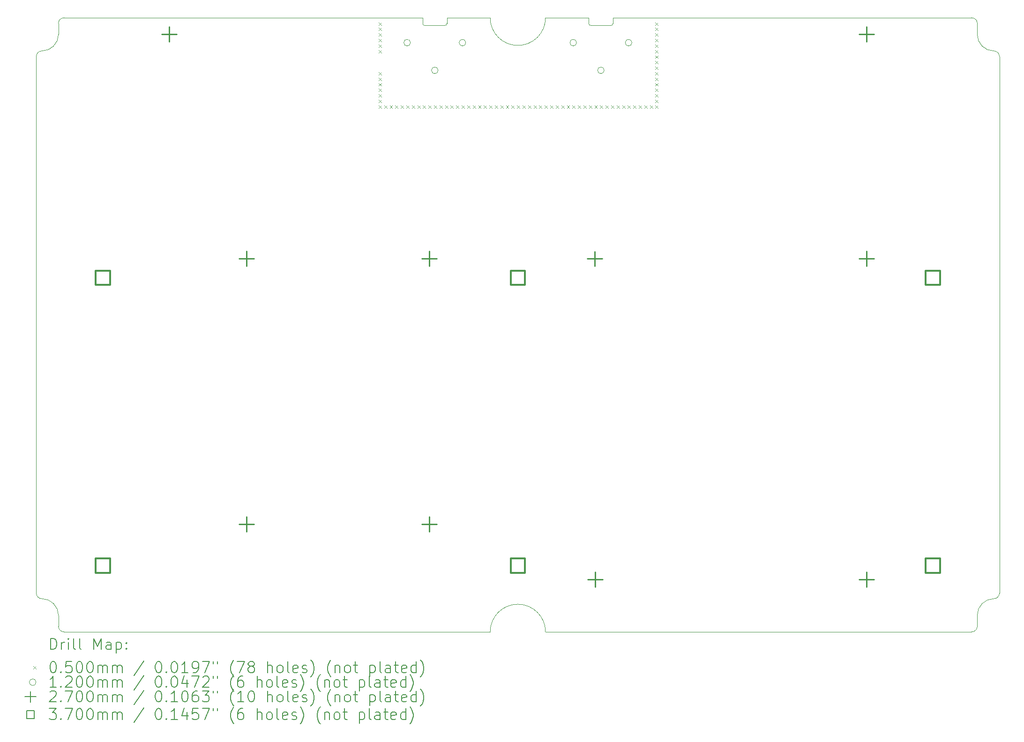
<source format=gbr>
%TF.GenerationSoftware,KiCad,Pcbnew,7.0.9-7.0.9~ubuntu23.04.1*%
%TF.CreationDate,2023-12-05T01:09:06+00:00*%
%TF.ProjectId,pedalboard-hw,70656461-6c62-46f6-9172-642d68772e6b,3.1.1*%
%TF.SameCoordinates,Original*%
%TF.FileFunction,Drillmap*%
%TF.FilePolarity,Positive*%
%FSLAX45Y45*%
G04 Gerber Fmt 4.5, Leading zero omitted, Abs format (unit mm)*
G04 Created by KiCad (PCBNEW 7.0.9-7.0.9~ubuntu23.04.1) date 2023-12-05 01:09:06*
%MOMM*%
%LPD*%
G01*
G04 APERTURE LIST*
%ADD10C,0.100000*%
%ADD11C,0.200000*%
%ADD12C,0.120000*%
%ADD13C,0.270000*%
%ADD14C,0.370000*%
G04 APERTURE END LIST*
D10*
X12220000Y-2000000D02*
X18700000Y-2000000D01*
X1800000Y-12400000D02*
X1800000Y-2700000D01*
X2200000Y-13000000D02*
G75*
G03*
X2300000Y-13100000I100000J0D01*
G01*
X11000000Y-13100000D02*
G75*
G03*
X10000000Y-13100000I-500000J0D01*
G01*
X2300000Y-13100000D02*
X10000000Y-13100000D01*
X11780000Y-2100000D02*
G75*
G03*
X11820000Y-2140000I40000J0D01*
G01*
X10000000Y-2000000D02*
G75*
G03*
X11000000Y-2000000I500000J0D01*
G01*
X8780000Y-2100000D02*
G75*
G03*
X8820000Y-2140000I40000J0D01*
G01*
X18700000Y-13100000D02*
G75*
G03*
X18800000Y-13000000I0J100000D01*
G01*
X11820000Y-2140000D02*
X12180000Y-2140000D01*
X18800000Y-2300000D02*
G75*
G03*
X19100000Y-2600000I300000J0D01*
G01*
X1800000Y-12400000D02*
G75*
G03*
X1900000Y-12500000I100000J0D01*
G01*
X1900000Y-2600000D02*
G75*
G03*
X1800000Y-2700000I0J-100000D01*
G01*
X19200000Y-2700000D02*
G75*
G03*
X19100000Y-2600000I-100000J0D01*
G01*
X11000000Y-2000000D02*
X11780000Y-2000000D01*
X19200000Y-2700000D02*
X19200000Y-12400000D01*
X2200000Y-12800000D02*
G75*
G03*
X1900000Y-12500000I-300000J0D01*
G01*
X18800000Y-12800000D02*
X18800000Y-13000000D01*
X11780000Y-2000000D02*
X11780000Y-2100000D01*
X9220000Y-2100000D02*
X9220000Y-2000000D01*
X18800000Y-2100000D02*
X18800000Y-2300000D01*
X9220000Y-2000000D02*
X10000000Y-2000000D01*
X9180000Y-2140000D02*
G75*
G03*
X9220000Y-2100000I0J40000D01*
G01*
X8780000Y-2000000D02*
X8780000Y-2100000D01*
X1900000Y-2600000D02*
G75*
G03*
X2200000Y-2300000I0J300000D01*
G01*
X8820000Y-2140000D02*
X9180000Y-2140000D01*
X2300000Y-2000000D02*
G75*
G03*
X2200000Y-2100000I0J-100000D01*
G01*
X8780000Y-2000000D02*
X2300000Y-2000000D01*
X2200000Y-2100000D02*
X2200000Y-2300000D01*
X12180000Y-2140000D02*
G75*
G03*
X12220000Y-2100000I0J40000D01*
G01*
X19100000Y-12500000D02*
G75*
G03*
X19200000Y-12400000I0J100000D01*
G01*
X12220000Y-2100000D02*
X12220000Y-2000000D01*
X11000000Y-13100000D02*
X18700000Y-13100000D01*
X2200000Y-12800000D02*
X2200000Y-13000000D01*
X19100000Y-12500000D02*
G75*
G03*
X18800000Y-12800000I0J-300000D01*
G01*
X18800000Y-2100000D02*
G75*
G03*
X18700000Y-2000000I-100000J0D01*
G01*
D11*
D10*
X7985000Y-2082500D02*
X8035000Y-2132500D01*
X8035000Y-2082500D02*
X7985000Y-2132500D01*
X7985000Y-2182500D02*
X8035000Y-2232500D01*
X8035000Y-2182500D02*
X7985000Y-2232500D01*
X7985000Y-2282500D02*
X8035000Y-2332500D01*
X8035000Y-2282500D02*
X7985000Y-2332500D01*
X7985000Y-2382500D02*
X8035000Y-2432500D01*
X8035000Y-2382500D02*
X7985000Y-2432500D01*
X7985000Y-2482500D02*
X8035000Y-2532500D01*
X8035000Y-2482500D02*
X7985000Y-2532500D01*
X7985000Y-2582500D02*
X8035000Y-2632500D01*
X8035000Y-2582500D02*
X7985000Y-2632500D01*
X7985000Y-2982500D02*
X8035000Y-3032500D01*
X8035000Y-2982500D02*
X7985000Y-3032500D01*
X7985000Y-3082500D02*
X8035000Y-3132500D01*
X8035000Y-3082500D02*
X7985000Y-3132500D01*
X7985000Y-3182500D02*
X8035000Y-3232500D01*
X8035000Y-3182500D02*
X7985000Y-3232500D01*
X7985000Y-3282500D02*
X8035000Y-3332500D01*
X8035000Y-3282500D02*
X7985000Y-3332500D01*
X7985000Y-3382500D02*
X8035000Y-3432500D01*
X8035000Y-3382500D02*
X7985000Y-3432500D01*
X7985000Y-3482500D02*
X8035000Y-3532500D01*
X8035000Y-3482500D02*
X7985000Y-3532500D01*
X7985000Y-3582500D02*
X8035000Y-3632500D01*
X8035000Y-3582500D02*
X7985000Y-3632500D01*
X8085000Y-3582500D02*
X8135000Y-3632500D01*
X8135000Y-3582500D02*
X8085000Y-3632500D01*
X8185000Y-3582500D02*
X8235000Y-3632500D01*
X8235000Y-3582500D02*
X8185000Y-3632500D01*
X8285000Y-3582500D02*
X8335000Y-3632500D01*
X8335000Y-3582500D02*
X8285000Y-3632500D01*
X8385000Y-3582500D02*
X8435000Y-3632500D01*
X8435000Y-3582500D02*
X8385000Y-3632500D01*
X8485000Y-3582500D02*
X8535000Y-3632500D01*
X8535000Y-3582500D02*
X8485000Y-3632500D01*
X8585000Y-3582500D02*
X8635000Y-3632500D01*
X8635000Y-3582500D02*
X8585000Y-3632500D01*
X8685000Y-3582500D02*
X8735000Y-3632500D01*
X8735000Y-3582500D02*
X8685000Y-3632500D01*
X8785000Y-3582500D02*
X8835000Y-3632500D01*
X8835000Y-3582500D02*
X8785000Y-3632500D01*
X8885000Y-3582500D02*
X8935000Y-3632500D01*
X8935000Y-3582500D02*
X8885000Y-3632500D01*
X8985000Y-3582500D02*
X9035000Y-3632500D01*
X9035000Y-3582500D02*
X8985000Y-3632500D01*
X9085000Y-3582500D02*
X9135000Y-3632500D01*
X9135000Y-3582500D02*
X9085000Y-3632500D01*
X9185000Y-3582500D02*
X9235000Y-3632500D01*
X9235000Y-3582500D02*
X9185000Y-3632500D01*
X9285000Y-3582500D02*
X9335000Y-3632500D01*
X9335000Y-3582500D02*
X9285000Y-3632500D01*
X9385000Y-3582500D02*
X9435000Y-3632500D01*
X9435000Y-3582500D02*
X9385000Y-3632500D01*
X9485000Y-3582500D02*
X9535000Y-3632500D01*
X9535000Y-3582500D02*
X9485000Y-3632500D01*
X9585000Y-3582500D02*
X9635000Y-3632500D01*
X9635000Y-3582500D02*
X9585000Y-3632500D01*
X9685000Y-3582500D02*
X9735000Y-3632500D01*
X9735000Y-3582500D02*
X9685000Y-3632500D01*
X9785000Y-3582500D02*
X9835000Y-3632500D01*
X9835000Y-3582500D02*
X9785000Y-3632500D01*
X9885000Y-3582500D02*
X9935000Y-3632500D01*
X9935000Y-3582500D02*
X9885000Y-3632500D01*
X9985000Y-3582500D02*
X10035000Y-3632500D01*
X10035000Y-3582500D02*
X9985000Y-3632500D01*
X10085000Y-3582500D02*
X10135000Y-3632500D01*
X10135000Y-3582500D02*
X10085000Y-3632500D01*
X10185000Y-3582500D02*
X10235000Y-3632500D01*
X10235000Y-3582500D02*
X10185000Y-3632500D01*
X10285000Y-3582500D02*
X10335000Y-3632500D01*
X10335000Y-3582500D02*
X10285000Y-3632500D01*
X10385000Y-3582500D02*
X10435000Y-3632500D01*
X10435000Y-3582500D02*
X10385000Y-3632500D01*
X10485000Y-3582500D02*
X10535000Y-3632500D01*
X10535000Y-3582500D02*
X10485000Y-3632500D01*
X10585000Y-3582500D02*
X10635000Y-3632500D01*
X10635000Y-3582500D02*
X10585000Y-3632500D01*
X10685000Y-3582500D02*
X10735000Y-3632500D01*
X10735000Y-3582500D02*
X10685000Y-3632500D01*
X10785000Y-3582500D02*
X10835000Y-3632500D01*
X10835000Y-3582500D02*
X10785000Y-3632500D01*
X10885000Y-3582500D02*
X10935000Y-3632500D01*
X10935000Y-3582500D02*
X10885000Y-3632500D01*
X10985000Y-3582500D02*
X11035000Y-3632500D01*
X11035000Y-3582500D02*
X10985000Y-3632500D01*
X11085000Y-3582500D02*
X11135000Y-3632500D01*
X11135000Y-3582500D02*
X11085000Y-3632500D01*
X11185000Y-3582500D02*
X11235000Y-3632500D01*
X11235000Y-3582500D02*
X11185000Y-3632500D01*
X11285000Y-3582500D02*
X11335000Y-3632500D01*
X11335000Y-3582500D02*
X11285000Y-3632500D01*
X11385000Y-3582500D02*
X11435000Y-3632500D01*
X11435000Y-3582500D02*
X11385000Y-3632500D01*
X11485000Y-3582500D02*
X11535000Y-3632500D01*
X11535000Y-3582500D02*
X11485000Y-3632500D01*
X11585000Y-3582500D02*
X11635000Y-3632500D01*
X11635000Y-3582500D02*
X11585000Y-3632500D01*
X11685000Y-3582500D02*
X11735000Y-3632500D01*
X11735000Y-3582500D02*
X11685000Y-3632500D01*
X11785000Y-3582500D02*
X11835000Y-3632500D01*
X11835000Y-3582500D02*
X11785000Y-3632500D01*
X11885000Y-3582500D02*
X11935000Y-3632500D01*
X11935000Y-3582500D02*
X11885000Y-3632500D01*
X11985000Y-3582500D02*
X12035000Y-3632500D01*
X12035000Y-3582500D02*
X11985000Y-3632500D01*
X12085000Y-3582500D02*
X12135000Y-3632500D01*
X12135000Y-3582500D02*
X12085000Y-3632500D01*
X12185000Y-3582500D02*
X12235000Y-3632500D01*
X12235000Y-3582500D02*
X12185000Y-3632500D01*
X12285000Y-3582500D02*
X12335000Y-3632500D01*
X12335000Y-3582500D02*
X12285000Y-3632500D01*
X12385000Y-3582500D02*
X12435000Y-3632500D01*
X12435000Y-3582500D02*
X12385000Y-3632500D01*
X12485000Y-3582500D02*
X12535000Y-3632500D01*
X12535000Y-3582500D02*
X12485000Y-3632500D01*
X12585000Y-3582500D02*
X12635000Y-3632500D01*
X12635000Y-3582500D02*
X12585000Y-3632500D01*
X12685000Y-3582500D02*
X12735000Y-3632500D01*
X12735000Y-3582500D02*
X12685000Y-3632500D01*
X12785000Y-3582500D02*
X12835000Y-3632500D01*
X12835000Y-3582500D02*
X12785000Y-3632500D01*
X12885000Y-3582500D02*
X12935000Y-3632500D01*
X12935000Y-3582500D02*
X12885000Y-3632500D01*
X12985000Y-2082500D02*
X13035000Y-2132500D01*
X13035000Y-2082500D02*
X12985000Y-2132500D01*
X12985000Y-2182500D02*
X13035000Y-2232500D01*
X13035000Y-2182500D02*
X12985000Y-2232500D01*
X12985000Y-2282500D02*
X13035000Y-2332500D01*
X13035000Y-2282500D02*
X12985000Y-2332500D01*
X12985000Y-2382500D02*
X13035000Y-2432500D01*
X13035000Y-2382500D02*
X12985000Y-2432500D01*
X12985000Y-2482500D02*
X13035000Y-2532500D01*
X13035000Y-2482500D02*
X12985000Y-2532500D01*
X12985000Y-2582500D02*
X13035000Y-2632500D01*
X13035000Y-2582500D02*
X12985000Y-2632500D01*
X12985000Y-2682500D02*
X13035000Y-2732500D01*
X13035000Y-2682500D02*
X12985000Y-2732500D01*
X12985000Y-2782500D02*
X13035000Y-2832500D01*
X13035000Y-2782500D02*
X12985000Y-2832500D01*
X12985000Y-2882500D02*
X13035000Y-2932500D01*
X13035000Y-2882500D02*
X12985000Y-2932500D01*
X12985000Y-2982500D02*
X13035000Y-3032500D01*
X13035000Y-2982500D02*
X12985000Y-3032500D01*
X12985000Y-3082500D02*
X13035000Y-3132500D01*
X13035000Y-3082500D02*
X12985000Y-3132500D01*
X12985000Y-3182500D02*
X13035000Y-3232500D01*
X13035000Y-3182500D02*
X12985000Y-3232500D01*
X12985000Y-3282500D02*
X13035000Y-3332500D01*
X13035000Y-3282500D02*
X12985000Y-3332500D01*
X12985000Y-3382500D02*
X13035000Y-3432500D01*
X13035000Y-3382500D02*
X12985000Y-3432500D01*
X12985000Y-3482500D02*
X13035000Y-3532500D01*
X13035000Y-3482500D02*
X12985000Y-3532500D01*
X12985000Y-3582500D02*
X13035000Y-3632500D01*
X13035000Y-3582500D02*
X12985000Y-3632500D01*
D12*
X8559450Y-2450000D02*
G75*
G03*
X8559450Y-2450000I-60000J0D01*
G01*
X9059450Y-2950000D02*
G75*
G03*
X9059450Y-2950000I-60000J0D01*
G01*
X9559450Y-2450000D02*
G75*
G03*
X9559450Y-2450000I-60000J0D01*
G01*
X11560000Y-2450000D02*
G75*
G03*
X11560000Y-2450000I-60000J0D01*
G01*
X12060000Y-2950000D02*
G75*
G03*
X12060000Y-2950000I-60000J0D01*
G01*
X12560000Y-2450000D02*
G75*
G03*
X12560000Y-2450000I-60000J0D01*
G01*
D13*
X4200000Y-2165000D02*
X4200000Y-2435000D01*
X4065000Y-2300000D02*
X4335000Y-2300000D01*
X5600000Y-6215000D02*
X5600000Y-6485000D01*
X5465000Y-6350000D02*
X5735000Y-6350000D01*
X5600000Y-11015000D02*
X5600000Y-11285000D01*
X5465000Y-11150000D02*
X5735000Y-11150000D01*
X8900000Y-6215000D02*
X8900000Y-6485000D01*
X8765000Y-6350000D02*
X9035000Y-6350000D01*
X8900000Y-11015000D02*
X8900000Y-11285000D01*
X8765000Y-11150000D02*
X9035000Y-11150000D01*
X11890000Y-6221560D02*
X11890000Y-6491560D01*
X11755000Y-6356560D02*
X12025000Y-6356560D01*
X11898000Y-12017000D02*
X11898000Y-12287000D01*
X11763000Y-12152000D02*
X12033000Y-12152000D01*
X16800000Y-2165000D02*
X16800000Y-2435000D01*
X16665000Y-2300000D02*
X16935000Y-2300000D01*
X16800000Y-6215000D02*
X16800000Y-6485000D01*
X16665000Y-6350000D02*
X16935000Y-6350000D01*
X16800000Y-12015000D02*
X16800000Y-12285000D01*
X16665000Y-12150000D02*
X16935000Y-12150000D01*
D14*
X3130816Y-6830816D02*
X3130816Y-6569184D01*
X2869184Y-6569184D01*
X2869184Y-6830816D01*
X3130816Y-6830816D01*
X3130816Y-12030816D02*
X3130816Y-11769184D01*
X2869184Y-11769184D01*
X2869184Y-12030816D01*
X3130816Y-12030816D01*
X10630816Y-6830816D02*
X10630816Y-6569184D01*
X10369184Y-6569184D01*
X10369184Y-6830816D01*
X10630816Y-6830816D01*
X10630816Y-12030816D02*
X10630816Y-11769184D01*
X10369184Y-11769184D01*
X10369184Y-12030816D01*
X10630816Y-12030816D01*
X18130816Y-6830816D02*
X18130816Y-6569184D01*
X17869184Y-6569184D01*
X17869184Y-6830816D01*
X18130816Y-6830816D01*
X18130816Y-12030816D02*
X18130816Y-11769184D01*
X17869184Y-11769184D01*
X17869184Y-12030816D01*
X18130816Y-12030816D01*
D11*
X2055777Y-13416484D02*
X2055777Y-13216484D01*
X2055777Y-13216484D02*
X2103396Y-13216484D01*
X2103396Y-13216484D02*
X2131967Y-13226008D01*
X2131967Y-13226008D02*
X2151015Y-13245055D01*
X2151015Y-13245055D02*
X2160539Y-13264103D01*
X2160539Y-13264103D02*
X2170063Y-13302198D01*
X2170063Y-13302198D02*
X2170063Y-13330769D01*
X2170063Y-13330769D02*
X2160539Y-13368865D01*
X2160539Y-13368865D02*
X2151015Y-13387912D01*
X2151015Y-13387912D02*
X2131967Y-13406960D01*
X2131967Y-13406960D02*
X2103396Y-13416484D01*
X2103396Y-13416484D02*
X2055777Y-13416484D01*
X2255777Y-13416484D02*
X2255777Y-13283150D01*
X2255777Y-13321246D02*
X2265301Y-13302198D01*
X2265301Y-13302198D02*
X2274824Y-13292674D01*
X2274824Y-13292674D02*
X2293872Y-13283150D01*
X2293872Y-13283150D02*
X2312920Y-13283150D01*
X2379586Y-13416484D02*
X2379586Y-13283150D01*
X2379586Y-13216484D02*
X2370063Y-13226008D01*
X2370063Y-13226008D02*
X2379586Y-13235531D01*
X2379586Y-13235531D02*
X2389110Y-13226008D01*
X2389110Y-13226008D02*
X2379586Y-13216484D01*
X2379586Y-13216484D02*
X2379586Y-13235531D01*
X2503396Y-13416484D02*
X2484348Y-13406960D01*
X2484348Y-13406960D02*
X2474824Y-13387912D01*
X2474824Y-13387912D02*
X2474824Y-13216484D01*
X2608158Y-13416484D02*
X2589110Y-13406960D01*
X2589110Y-13406960D02*
X2579586Y-13387912D01*
X2579586Y-13387912D02*
X2579586Y-13216484D01*
X2836729Y-13416484D02*
X2836729Y-13216484D01*
X2836729Y-13216484D02*
X2903396Y-13359341D01*
X2903396Y-13359341D02*
X2970062Y-13216484D01*
X2970062Y-13216484D02*
X2970062Y-13416484D01*
X3151015Y-13416484D02*
X3151015Y-13311722D01*
X3151015Y-13311722D02*
X3141491Y-13292674D01*
X3141491Y-13292674D02*
X3122443Y-13283150D01*
X3122443Y-13283150D02*
X3084348Y-13283150D01*
X3084348Y-13283150D02*
X3065301Y-13292674D01*
X3151015Y-13406960D02*
X3131967Y-13416484D01*
X3131967Y-13416484D02*
X3084348Y-13416484D01*
X3084348Y-13416484D02*
X3065301Y-13406960D01*
X3065301Y-13406960D02*
X3055777Y-13387912D01*
X3055777Y-13387912D02*
X3055777Y-13368865D01*
X3055777Y-13368865D02*
X3065301Y-13349817D01*
X3065301Y-13349817D02*
X3084348Y-13340293D01*
X3084348Y-13340293D02*
X3131967Y-13340293D01*
X3131967Y-13340293D02*
X3151015Y-13330769D01*
X3246253Y-13283150D02*
X3246253Y-13483150D01*
X3246253Y-13292674D02*
X3265301Y-13283150D01*
X3265301Y-13283150D02*
X3303396Y-13283150D01*
X3303396Y-13283150D02*
X3322443Y-13292674D01*
X3322443Y-13292674D02*
X3331967Y-13302198D01*
X3331967Y-13302198D02*
X3341491Y-13321246D01*
X3341491Y-13321246D02*
X3341491Y-13378388D01*
X3341491Y-13378388D02*
X3331967Y-13397436D01*
X3331967Y-13397436D02*
X3322443Y-13406960D01*
X3322443Y-13406960D02*
X3303396Y-13416484D01*
X3303396Y-13416484D02*
X3265301Y-13416484D01*
X3265301Y-13416484D02*
X3246253Y-13406960D01*
X3427205Y-13397436D02*
X3436729Y-13406960D01*
X3436729Y-13406960D02*
X3427205Y-13416484D01*
X3427205Y-13416484D02*
X3417682Y-13406960D01*
X3417682Y-13406960D02*
X3427205Y-13397436D01*
X3427205Y-13397436D02*
X3427205Y-13416484D01*
X3427205Y-13292674D02*
X3436729Y-13302198D01*
X3436729Y-13302198D02*
X3427205Y-13311722D01*
X3427205Y-13311722D02*
X3417682Y-13302198D01*
X3417682Y-13302198D02*
X3427205Y-13292674D01*
X3427205Y-13292674D02*
X3427205Y-13311722D01*
D10*
X1745000Y-13720000D02*
X1795000Y-13770000D01*
X1795000Y-13720000D02*
X1745000Y-13770000D01*
D11*
X2093872Y-13636484D02*
X2112920Y-13636484D01*
X2112920Y-13636484D02*
X2131967Y-13646008D01*
X2131967Y-13646008D02*
X2141491Y-13655531D01*
X2141491Y-13655531D02*
X2151015Y-13674579D01*
X2151015Y-13674579D02*
X2160539Y-13712674D01*
X2160539Y-13712674D02*
X2160539Y-13760293D01*
X2160539Y-13760293D02*
X2151015Y-13798388D01*
X2151015Y-13798388D02*
X2141491Y-13817436D01*
X2141491Y-13817436D02*
X2131967Y-13826960D01*
X2131967Y-13826960D02*
X2112920Y-13836484D01*
X2112920Y-13836484D02*
X2093872Y-13836484D01*
X2093872Y-13836484D02*
X2074824Y-13826960D01*
X2074824Y-13826960D02*
X2065301Y-13817436D01*
X2065301Y-13817436D02*
X2055777Y-13798388D01*
X2055777Y-13798388D02*
X2046253Y-13760293D01*
X2046253Y-13760293D02*
X2046253Y-13712674D01*
X2046253Y-13712674D02*
X2055777Y-13674579D01*
X2055777Y-13674579D02*
X2065301Y-13655531D01*
X2065301Y-13655531D02*
X2074824Y-13646008D01*
X2074824Y-13646008D02*
X2093872Y-13636484D01*
X2246253Y-13817436D02*
X2255777Y-13826960D01*
X2255777Y-13826960D02*
X2246253Y-13836484D01*
X2246253Y-13836484D02*
X2236729Y-13826960D01*
X2236729Y-13826960D02*
X2246253Y-13817436D01*
X2246253Y-13817436D02*
X2246253Y-13836484D01*
X2436729Y-13636484D02*
X2341491Y-13636484D01*
X2341491Y-13636484D02*
X2331967Y-13731722D01*
X2331967Y-13731722D02*
X2341491Y-13722198D01*
X2341491Y-13722198D02*
X2360539Y-13712674D01*
X2360539Y-13712674D02*
X2408158Y-13712674D01*
X2408158Y-13712674D02*
X2427205Y-13722198D01*
X2427205Y-13722198D02*
X2436729Y-13731722D01*
X2436729Y-13731722D02*
X2446253Y-13750769D01*
X2446253Y-13750769D02*
X2446253Y-13798388D01*
X2446253Y-13798388D02*
X2436729Y-13817436D01*
X2436729Y-13817436D02*
X2427205Y-13826960D01*
X2427205Y-13826960D02*
X2408158Y-13836484D01*
X2408158Y-13836484D02*
X2360539Y-13836484D01*
X2360539Y-13836484D02*
X2341491Y-13826960D01*
X2341491Y-13826960D02*
X2331967Y-13817436D01*
X2570063Y-13636484D02*
X2589110Y-13636484D01*
X2589110Y-13636484D02*
X2608158Y-13646008D01*
X2608158Y-13646008D02*
X2617682Y-13655531D01*
X2617682Y-13655531D02*
X2627205Y-13674579D01*
X2627205Y-13674579D02*
X2636729Y-13712674D01*
X2636729Y-13712674D02*
X2636729Y-13760293D01*
X2636729Y-13760293D02*
X2627205Y-13798388D01*
X2627205Y-13798388D02*
X2617682Y-13817436D01*
X2617682Y-13817436D02*
X2608158Y-13826960D01*
X2608158Y-13826960D02*
X2589110Y-13836484D01*
X2589110Y-13836484D02*
X2570063Y-13836484D01*
X2570063Y-13836484D02*
X2551015Y-13826960D01*
X2551015Y-13826960D02*
X2541491Y-13817436D01*
X2541491Y-13817436D02*
X2531967Y-13798388D01*
X2531967Y-13798388D02*
X2522444Y-13760293D01*
X2522444Y-13760293D02*
X2522444Y-13712674D01*
X2522444Y-13712674D02*
X2531967Y-13674579D01*
X2531967Y-13674579D02*
X2541491Y-13655531D01*
X2541491Y-13655531D02*
X2551015Y-13646008D01*
X2551015Y-13646008D02*
X2570063Y-13636484D01*
X2760539Y-13636484D02*
X2779586Y-13636484D01*
X2779586Y-13636484D02*
X2798634Y-13646008D01*
X2798634Y-13646008D02*
X2808158Y-13655531D01*
X2808158Y-13655531D02*
X2817682Y-13674579D01*
X2817682Y-13674579D02*
X2827205Y-13712674D01*
X2827205Y-13712674D02*
X2827205Y-13760293D01*
X2827205Y-13760293D02*
X2817682Y-13798388D01*
X2817682Y-13798388D02*
X2808158Y-13817436D01*
X2808158Y-13817436D02*
X2798634Y-13826960D01*
X2798634Y-13826960D02*
X2779586Y-13836484D01*
X2779586Y-13836484D02*
X2760539Y-13836484D01*
X2760539Y-13836484D02*
X2741491Y-13826960D01*
X2741491Y-13826960D02*
X2731967Y-13817436D01*
X2731967Y-13817436D02*
X2722444Y-13798388D01*
X2722444Y-13798388D02*
X2712920Y-13760293D01*
X2712920Y-13760293D02*
X2712920Y-13712674D01*
X2712920Y-13712674D02*
X2722444Y-13674579D01*
X2722444Y-13674579D02*
X2731967Y-13655531D01*
X2731967Y-13655531D02*
X2741491Y-13646008D01*
X2741491Y-13646008D02*
X2760539Y-13636484D01*
X2912920Y-13836484D02*
X2912920Y-13703150D01*
X2912920Y-13722198D02*
X2922443Y-13712674D01*
X2922443Y-13712674D02*
X2941491Y-13703150D01*
X2941491Y-13703150D02*
X2970063Y-13703150D01*
X2970063Y-13703150D02*
X2989110Y-13712674D01*
X2989110Y-13712674D02*
X2998634Y-13731722D01*
X2998634Y-13731722D02*
X2998634Y-13836484D01*
X2998634Y-13731722D02*
X3008158Y-13712674D01*
X3008158Y-13712674D02*
X3027205Y-13703150D01*
X3027205Y-13703150D02*
X3055777Y-13703150D01*
X3055777Y-13703150D02*
X3074824Y-13712674D01*
X3074824Y-13712674D02*
X3084348Y-13731722D01*
X3084348Y-13731722D02*
X3084348Y-13836484D01*
X3179586Y-13836484D02*
X3179586Y-13703150D01*
X3179586Y-13722198D02*
X3189110Y-13712674D01*
X3189110Y-13712674D02*
X3208158Y-13703150D01*
X3208158Y-13703150D02*
X3236729Y-13703150D01*
X3236729Y-13703150D02*
X3255777Y-13712674D01*
X3255777Y-13712674D02*
X3265301Y-13731722D01*
X3265301Y-13731722D02*
X3265301Y-13836484D01*
X3265301Y-13731722D02*
X3274824Y-13712674D01*
X3274824Y-13712674D02*
X3293872Y-13703150D01*
X3293872Y-13703150D02*
X3322443Y-13703150D01*
X3322443Y-13703150D02*
X3341491Y-13712674D01*
X3341491Y-13712674D02*
X3351015Y-13731722D01*
X3351015Y-13731722D02*
X3351015Y-13836484D01*
X3741491Y-13626960D02*
X3570063Y-13884103D01*
X3998634Y-13636484D02*
X4017682Y-13636484D01*
X4017682Y-13636484D02*
X4036729Y-13646008D01*
X4036729Y-13646008D02*
X4046253Y-13655531D01*
X4046253Y-13655531D02*
X4055777Y-13674579D01*
X4055777Y-13674579D02*
X4065301Y-13712674D01*
X4065301Y-13712674D02*
X4065301Y-13760293D01*
X4065301Y-13760293D02*
X4055777Y-13798388D01*
X4055777Y-13798388D02*
X4046253Y-13817436D01*
X4046253Y-13817436D02*
X4036729Y-13826960D01*
X4036729Y-13826960D02*
X4017682Y-13836484D01*
X4017682Y-13836484D02*
X3998634Y-13836484D01*
X3998634Y-13836484D02*
X3979586Y-13826960D01*
X3979586Y-13826960D02*
X3970063Y-13817436D01*
X3970063Y-13817436D02*
X3960539Y-13798388D01*
X3960539Y-13798388D02*
X3951015Y-13760293D01*
X3951015Y-13760293D02*
X3951015Y-13712674D01*
X3951015Y-13712674D02*
X3960539Y-13674579D01*
X3960539Y-13674579D02*
X3970063Y-13655531D01*
X3970063Y-13655531D02*
X3979586Y-13646008D01*
X3979586Y-13646008D02*
X3998634Y-13636484D01*
X4151015Y-13817436D02*
X4160539Y-13826960D01*
X4160539Y-13826960D02*
X4151015Y-13836484D01*
X4151015Y-13836484D02*
X4141491Y-13826960D01*
X4141491Y-13826960D02*
X4151015Y-13817436D01*
X4151015Y-13817436D02*
X4151015Y-13836484D01*
X4284348Y-13636484D02*
X4303396Y-13636484D01*
X4303396Y-13636484D02*
X4322444Y-13646008D01*
X4322444Y-13646008D02*
X4331968Y-13655531D01*
X4331968Y-13655531D02*
X4341491Y-13674579D01*
X4341491Y-13674579D02*
X4351015Y-13712674D01*
X4351015Y-13712674D02*
X4351015Y-13760293D01*
X4351015Y-13760293D02*
X4341491Y-13798388D01*
X4341491Y-13798388D02*
X4331968Y-13817436D01*
X4331968Y-13817436D02*
X4322444Y-13826960D01*
X4322444Y-13826960D02*
X4303396Y-13836484D01*
X4303396Y-13836484D02*
X4284348Y-13836484D01*
X4284348Y-13836484D02*
X4265301Y-13826960D01*
X4265301Y-13826960D02*
X4255777Y-13817436D01*
X4255777Y-13817436D02*
X4246253Y-13798388D01*
X4246253Y-13798388D02*
X4236729Y-13760293D01*
X4236729Y-13760293D02*
X4236729Y-13712674D01*
X4236729Y-13712674D02*
X4246253Y-13674579D01*
X4246253Y-13674579D02*
X4255777Y-13655531D01*
X4255777Y-13655531D02*
X4265301Y-13646008D01*
X4265301Y-13646008D02*
X4284348Y-13636484D01*
X4541491Y-13836484D02*
X4427206Y-13836484D01*
X4484348Y-13836484D02*
X4484348Y-13636484D01*
X4484348Y-13636484D02*
X4465301Y-13665055D01*
X4465301Y-13665055D02*
X4446253Y-13684103D01*
X4446253Y-13684103D02*
X4427206Y-13693627D01*
X4636729Y-13836484D02*
X4674825Y-13836484D01*
X4674825Y-13836484D02*
X4693872Y-13826960D01*
X4693872Y-13826960D02*
X4703396Y-13817436D01*
X4703396Y-13817436D02*
X4722444Y-13788865D01*
X4722444Y-13788865D02*
X4731968Y-13750769D01*
X4731968Y-13750769D02*
X4731968Y-13674579D01*
X4731968Y-13674579D02*
X4722444Y-13655531D01*
X4722444Y-13655531D02*
X4712920Y-13646008D01*
X4712920Y-13646008D02*
X4693872Y-13636484D01*
X4693872Y-13636484D02*
X4655777Y-13636484D01*
X4655777Y-13636484D02*
X4636729Y-13646008D01*
X4636729Y-13646008D02*
X4627206Y-13655531D01*
X4627206Y-13655531D02*
X4617682Y-13674579D01*
X4617682Y-13674579D02*
X4617682Y-13722198D01*
X4617682Y-13722198D02*
X4627206Y-13741246D01*
X4627206Y-13741246D02*
X4636729Y-13750769D01*
X4636729Y-13750769D02*
X4655777Y-13760293D01*
X4655777Y-13760293D02*
X4693872Y-13760293D01*
X4693872Y-13760293D02*
X4712920Y-13750769D01*
X4712920Y-13750769D02*
X4722444Y-13741246D01*
X4722444Y-13741246D02*
X4731968Y-13722198D01*
X4798634Y-13636484D02*
X4931968Y-13636484D01*
X4931968Y-13636484D02*
X4846253Y-13836484D01*
X4998634Y-13636484D02*
X4998634Y-13674579D01*
X5074825Y-13636484D02*
X5074825Y-13674579D01*
X5370063Y-13912674D02*
X5360539Y-13903150D01*
X5360539Y-13903150D02*
X5341491Y-13874579D01*
X5341491Y-13874579D02*
X5331968Y-13855531D01*
X5331968Y-13855531D02*
X5322444Y-13826960D01*
X5322444Y-13826960D02*
X5312920Y-13779341D01*
X5312920Y-13779341D02*
X5312920Y-13741246D01*
X5312920Y-13741246D02*
X5322444Y-13693627D01*
X5322444Y-13693627D02*
X5331968Y-13665055D01*
X5331968Y-13665055D02*
X5341491Y-13646008D01*
X5341491Y-13646008D02*
X5360539Y-13617436D01*
X5360539Y-13617436D02*
X5370063Y-13607912D01*
X5427206Y-13636484D02*
X5560539Y-13636484D01*
X5560539Y-13636484D02*
X5474825Y-13836484D01*
X5665301Y-13722198D02*
X5646253Y-13712674D01*
X5646253Y-13712674D02*
X5636729Y-13703150D01*
X5636729Y-13703150D02*
X5627206Y-13684103D01*
X5627206Y-13684103D02*
X5627206Y-13674579D01*
X5627206Y-13674579D02*
X5636729Y-13655531D01*
X5636729Y-13655531D02*
X5646253Y-13646008D01*
X5646253Y-13646008D02*
X5665301Y-13636484D01*
X5665301Y-13636484D02*
X5703396Y-13636484D01*
X5703396Y-13636484D02*
X5722444Y-13646008D01*
X5722444Y-13646008D02*
X5731968Y-13655531D01*
X5731968Y-13655531D02*
X5741491Y-13674579D01*
X5741491Y-13674579D02*
X5741491Y-13684103D01*
X5741491Y-13684103D02*
X5731968Y-13703150D01*
X5731968Y-13703150D02*
X5722444Y-13712674D01*
X5722444Y-13712674D02*
X5703396Y-13722198D01*
X5703396Y-13722198D02*
X5665301Y-13722198D01*
X5665301Y-13722198D02*
X5646253Y-13731722D01*
X5646253Y-13731722D02*
X5636729Y-13741246D01*
X5636729Y-13741246D02*
X5627206Y-13760293D01*
X5627206Y-13760293D02*
X5627206Y-13798388D01*
X5627206Y-13798388D02*
X5636729Y-13817436D01*
X5636729Y-13817436D02*
X5646253Y-13826960D01*
X5646253Y-13826960D02*
X5665301Y-13836484D01*
X5665301Y-13836484D02*
X5703396Y-13836484D01*
X5703396Y-13836484D02*
X5722444Y-13826960D01*
X5722444Y-13826960D02*
X5731968Y-13817436D01*
X5731968Y-13817436D02*
X5741491Y-13798388D01*
X5741491Y-13798388D02*
X5741491Y-13760293D01*
X5741491Y-13760293D02*
X5731968Y-13741246D01*
X5731968Y-13741246D02*
X5722444Y-13731722D01*
X5722444Y-13731722D02*
X5703396Y-13722198D01*
X5979587Y-13836484D02*
X5979587Y-13636484D01*
X6065301Y-13836484D02*
X6065301Y-13731722D01*
X6065301Y-13731722D02*
X6055777Y-13712674D01*
X6055777Y-13712674D02*
X6036730Y-13703150D01*
X6036730Y-13703150D02*
X6008158Y-13703150D01*
X6008158Y-13703150D02*
X5989110Y-13712674D01*
X5989110Y-13712674D02*
X5979587Y-13722198D01*
X6189110Y-13836484D02*
X6170063Y-13826960D01*
X6170063Y-13826960D02*
X6160539Y-13817436D01*
X6160539Y-13817436D02*
X6151015Y-13798388D01*
X6151015Y-13798388D02*
X6151015Y-13741246D01*
X6151015Y-13741246D02*
X6160539Y-13722198D01*
X6160539Y-13722198D02*
X6170063Y-13712674D01*
X6170063Y-13712674D02*
X6189110Y-13703150D01*
X6189110Y-13703150D02*
X6217682Y-13703150D01*
X6217682Y-13703150D02*
X6236730Y-13712674D01*
X6236730Y-13712674D02*
X6246253Y-13722198D01*
X6246253Y-13722198D02*
X6255777Y-13741246D01*
X6255777Y-13741246D02*
X6255777Y-13798388D01*
X6255777Y-13798388D02*
X6246253Y-13817436D01*
X6246253Y-13817436D02*
X6236730Y-13826960D01*
X6236730Y-13826960D02*
X6217682Y-13836484D01*
X6217682Y-13836484D02*
X6189110Y-13836484D01*
X6370063Y-13836484D02*
X6351015Y-13826960D01*
X6351015Y-13826960D02*
X6341491Y-13807912D01*
X6341491Y-13807912D02*
X6341491Y-13636484D01*
X6522444Y-13826960D02*
X6503396Y-13836484D01*
X6503396Y-13836484D02*
X6465301Y-13836484D01*
X6465301Y-13836484D02*
X6446253Y-13826960D01*
X6446253Y-13826960D02*
X6436730Y-13807912D01*
X6436730Y-13807912D02*
X6436730Y-13731722D01*
X6436730Y-13731722D02*
X6446253Y-13712674D01*
X6446253Y-13712674D02*
X6465301Y-13703150D01*
X6465301Y-13703150D02*
X6503396Y-13703150D01*
X6503396Y-13703150D02*
X6522444Y-13712674D01*
X6522444Y-13712674D02*
X6531968Y-13731722D01*
X6531968Y-13731722D02*
X6531968Y-13750769D01*
X6531968Y-13750769D02*
X6436730Y-13769817D01*
X6608158Y-13826960D02*
X6627206Y-13836484D01*
X6627206Y-13836484D02*
X6665301Y-13836484D01*
X6665301Y-13836484D02*
X6684349Y-13826960D01*
X6684349Y-13826960D02*
X6693872Y-13807912D01*
X6693872Y-13807912D02*
X6693872Y-13798388D01*
X6693872Y-13798388D02*
X6684349Y-13779341D01*
X6684349Y-13779341D02*
X6665301Y-13769817D01*
X6665301Y-13769817D02*
X6636730Y-13769817D01*
X6636730Y-13769817D02*
X6617682Y-13760293D01*
X6617682Y-13760293D02*
X6608158Y-13741246D01*
X6608158Y-13741246D02*
X6608158Y-13731722D01*
X6608158Y-13731722D02*
X6617682Y-13712674D01*
X6617682Y-13712674D02*
X6636730Y-13703150D01*
X6636730Y-13703150D02*
X6665301Y-13703150D01*
X6665301Y-13703150D02*
X6684349Y-13712674D01*
X6760539Y-13912674D02*
X6770063Y-13903150D01*
X6770063Y-13903150D02*
X6789111Y-13874579D01*
X6789111Y-13874579D02*
X6798634Y-13855531D01*
X6798634Y-13855531D02*
X6808158Y-13826960D01*
X6808158Y-13826960D02*
X6817682Y-13779341D01*
X6817682Y-13779341D02*
X6817682Y-13741246D01*
X6817682Y-13741246D02*
X6808158Y-13693627D01*
X6808158Y-13693627D02*
X6798634Y-13665055D01*
X6798634Y-13665055D02*
X6789111Y-13646008D01*
X6789111Y-13646008D02*
X6770063Y-13617436D01*
X6770063Y-13617436D02*
X6760539Y-13607912D01*
X7122444Y-13912674D02*
X7112920Y-13903150D01*
X7112920Y-13903150D02*
X7093872Y-13874579D01*
X7093872Y-13874579D02*
X7084349Y-13855531D01*
X7084349Y-13855531D02*
X7074825Y-13826960D01*
X7074825Y-13826960D02*
X7065301Y-13779341D01*
X7065301Y-13779341D02*
X7065301Y-13741246D01*
X7065301Y-13741246D02*
X7074825Y-13693627D01*
X7074825Y-13693627D02*
X7084349Y-13665055D01*
X7084349Y-13665055D02*
X7093872Y-13646008D01*
X7093872Y-13646008D02*
X7112920Y-13617436D01*
X7112920Y-13617436D02*
X7122444Y-13607912D01*
X7198634Y-13703150D02*
X7198634Y-13836484D01*
X7198634Y-13722198D02*
X7208158Y-13712674D01*
X7208158Y-13712674D02*
X7227206Y-13703150D01*
X7227206Y-13703150D02*
X7255777Y-13703150D01*
X7255777Y-13703150D02*
X7274825Y-13712674D01*
X7274825Y-13712674D02*
X7284349Y-13731722D01*
X7284349Y-13731722D02*
X7284349Y-13836484D01*
X7408158Y-13836484D02*
X7389111Y-13826960D01*
X7389111Y-13826960D02*
X7379587Y-13817436D01*
X7379587Y-13817436D02*
X7370063Y-13798388D01*
X7370063Y-13798388D02*
X7370063Y-13741246D01*
X7370063Y-13741246D02*
X7379587Y-13722198D01*
X7379587Y-13722198D02*
X7389111Y-13712674D01*
X7389111Y-13712674D02*
X7408158Y-13703150D01*
X7408158Y-13703150D02*
X7436730Y-13703150D01*
X7436730Y-13703150D02*
X7455777Y-13712674D01*
X7455777Y-13712674D02*
X7465301Y-13722198D01*
X7465301Y-13722198D02*
X7474825Y-13741246D01*
X7474825Y-13741246D02*
X7474825Y-13798388D01*
X7474825Y-13798388D02*
X7465301Y-13817436D01*
X7465301Y-13817436D02*
X7455777Y-13826960D01*
X7455777Y-13826960D02*
X7436730Y-13836484D01*
X7436730Y-13836484D02*
X7408158Y-13836484D01*
X7531968Y-13703150D02*
X7608158Y-13703150D01*
X7560539Y-13636484D02*
X7560539Y-13807912D01*
X7560539Y-13807912D02*
X7570063Y-13826960D01*
X7570063Y-13826960D02*
X7589111Y-13836484D01*
X7589111Y-13836484D02*
X7608158Y-13836484D01*
X7827206Y-13703150D02*
X7827206Y-13903150D01*
X7827206Y-13712674D02*
X7846253Y-13703150D01*
X7846253Y-13703150D02*
X7884349Y-13703150D01*
X7884349Y-13703150D02*
X7903396Y-13712674D01*
X7903396Y-13712674D02*
X7912920Y-13722198D01*
X7912920Y-13722198D02*
X7922444Y-13741246D01*
X7922444Y-13741246D02*
X7922444Y-13798388D01*
X7922444Y-13798388D02*
X7912920Y-13817436D01*
X7912920Y-13817436D02*
X7903396Y-13826960D01*
X7903396Y-13826960D02*
X7884349Y-13836484D01*
X7884349Y-13836484D02*
X7846253Y-13836484D01*
X7846253Y-13836484D02*
X7827206Y-13826960D01*
X8036730Y-13836484D02*
X8017682Y-13826960D01*
X8017682Y-13826960D02*
X8008158Y-13807912D01*
X8008158Y-13807912D02*
X8008158Y-13636484D01*
X8198634Y-13836484D02*
X8198634Y-13731722D01*
X8198634Y-13731722D02*
X8189111Y-13712674D01*
X8189111Y-13712674D02*
X8170063Y-13703150D01*
X8170063Y-13703150D02*
X8131968Y-13703150D01*
X8131968Y-13703150D02*
X8112920Y-13712674D01*
X8198634Y-13826960D02*
X8179587Y-13836484D01*
X8179587Y-13836484D02*
X8131968Y-13836484D01*
X8131968Y-13836484D02*
X8112920Y-13826960D01*
X8112920Y-13826960D02*
X8103396Y-13807912D01*
X8103396Y-13807912D02*
X8103396Y-13788865D01*
X8103396Y-13788865D02*
X8112920Y-13769817D01*
X8112920Y-13769817D02*
X8131968Y-13760293D01*
X8131968Y-13760293D02*
X8179587Y-13760293D01*
X8179587Y-13760293D02*
X8198634Y-13750769D01*
X8265301Y-13703150D02*
X8341492Y-13703150D01*
X8293873Y-13636484D02*
X8293873Y-13807912D01*
X8293873Y-13807912D02*
X8303396Y-13826960D01*
X8303396Y-13826960D02*
X8322444Y-13836484D01*
X8322444Y-13836484D02*
X8341492Y-13836484D01*
X8484349Y-13826960D02*
X8465301Y-13836484D01*
X8465301Y-13836484D02*
X8427206Y-13836484D01*
X8427206Y-13836484D02*
X8408158Y-13826960D01*
X8408158Y-13826960D02*
X8398635Y-13807912D01*
X8398635Y-13807912D02*
X8398635Y-13731722D01*
X8398635Y-13731722D02*
X8408158Y-13712674D01*
X8408158Y-13712674D02*
X8427206Y-13703150D01*
X8427206Y-13703150D02*
X8465301Y-13703150D01*
X8465301Y-13703150D02*
X8484349Y-13712674D01*
X8484349Y-13712674D02*
X8493873Y-13731722D01*
X8493873Y-13731722D02*
X8493873Y-13750769D01*
X8493873Y-13750769D02*
X8398635Y-13769817D01*
X8665301Y-13836484D02*
X8665301Y-13636484D01*
X8665301Y-13826960D02*
X8646254Y-13836484D01*
X8646254Y-13836484D02*
X8608158Y-13836484D01*
X8608158Y-13836484D02*
X8589111Y-13826960D01*
X8589111Y-13826960D02*
X8579587Y-13817436D01*
X8579587Y-13817436D02*
X8570063Y-13798388D01*
X8570063Y-13798388D02*
X8570063Y-13741246D01*
X8570063Y-13741246D02*
X8579587Y-13722198D01*
X8579587Y-13722198D02*
X8589111Y-13712674D01*
X8589111Y-13712674D02*
X8608158Y-13703150D01*
X8608158Y-13703150D02*
X8646254Y-13703150D01*
X8646254Y-13703150D02*
X8665301Y-13712674D01*
X8741492Y-13912674D02*
X8751016Y-13903150D01*
X8751016Y-13903150D02*
X8770063Y-13874579D01*
X8770063Y-13874579D02*
X8779587Y-13855531D01*
X8779587Y-13855531D02*
X8789111Y-13826960D01*
X8789111Y-13826960D02*
X8798635Y-13779341D01*
X8798635Y-13779341D02*
X8798635Y-13741246D01*
X8798635Y-13741246D02*
X8789111Y-13693627D01*
X8789111Y-13693627D02*
X8779587Y-13665055D01*
X8779587Y-13665055D02*
X8770063Y-13646008D01*
X8770063Y-13646008D02*
X8751016Y-13617436D01*
X8751016Y-13617436D02*
X8741492Y-13607912D01*
D12*
X1795000Y-14009000D02*
G75*
G03*
X1795000Y-14009000I-60000J0D01*
G01*
D11*
X2160539Y-14100484D02*
X2046253Y-14100484D01*
X2103396Y-14100484D02*
X2103396Y-13900484D01*
X2103396Y-13900484D02*
X2084348Y-13929055D01*
X2084348Y-13929055D02*
X2065301Y-13948103D01*
X2065301Y-13948103D02*
X2046253Y-13957627D01*
X2246253Y-14081436D02*
X2255777Y-14090960D01*
X2255777Y-14090960D02*
X2246253Y-14100484D01*
X2246253Y-14100484D02*
X2236729Y-14090960D01*
X2236729Y-14090960D02*
X2246253Y-14081436D01*
X2246253Y-14081436D02*
X2246253Y-14100484D01*
X2331967Y-13919531D02*
X2341491Y-13910008D01*
X2341491Y-13910008D02*
X2360539Y-13900484D01*
X2360539Y-13900484D02*
X2408158Y-13900484D01*
X2408158Y-13900484D02*
X2427205Y-13910008D01*
X2427205Y-13910008D02*
X2436729Y-13919531D01*
X2436729Y-13919531D02*
X2446253Y-13938579D01*
X2446253Y-13938579D02*
X2446253Y-13957627D01*
X2446253Y-13957627D02*
X2436729Y-13986198D01*
X2436729Y-13986198D02*
X2322444Y-14100484D01*
X2322444Y-14100484D02*
X2446253Y-14100484D01*
X2570063Y-13900484D02*
X2589110Y-13900484D01*
X2589110Y-13900484D02*
X2608158Y-13910008D01*
X2608158Y-13910008D02*
X2617682Y-13919531D01*
X2617682Y-13919531D02*
X2627205Y-13938579D01*
X2627205Y-13938579D02*
X2636729Y-13976674D01*
X2636729Y-13976674D02*
X2636729Y-14024293D01*
X2636729Y-14024293D02*
X2627205Y-14062388D01*
X2627205Y-14062388D02*
X2617682Y-14081436D01*
X2617682Y-14081436D02*
X2608158Y-14090960D01*
X2608158Y-14090960D02*
X2589110Y-14100484D01*
X2589110Y-14100484D02*
X2570063Y-14100484D01*
X2570063Y-14100484D02*
X2551015Y-14090960D01*
X2551015Y-14090960D02*
X2541491Y-14081436D01*
X2541491Y-14081436D02*
X2531967Y-14062388D01*
X2531967Y-14062388D02*
X2522444Y-14024293D01*
X2522444Y-14024293D02*
X2522444Y-13976674D01*
X2522444Y-13976674D02*
X2531967Y-13938579D01*
X2531967Y-13938579D02*
X2541491Y-13919531D01*
X2541491Y-13919531D02*
X2551015Y-13910008D01*
X2551015Y-13910008D02*
X2570063Y-13900484D01*
X2760539Y-13900484D02*
X2779586Y-13900484D01*
X2779586Y-13900484D02*
X2798634Y-13910008D01*
X2798634Y-13910008D02*
X2808158Y-13919531D01*
X2808158Y-13919531D02*
X2817682Y-13938579D01*
X2817682Y-13938579D02*
X2827205Y-13976674D01*
X2827205Y-13976674D02*
X2827205Y-14024293D01*
X2827205Y-14024293D02*
X2817682Y-14062388D01*
X2817682Y-14062388D02*
X2808158Y-14081436D01*
X2808158Y-14081436D02*
X2798634Y-14090960D01*
X2798634Y-14090960D02*
X2779586Y-14100484D01*
X2779586Y-14100484D02*
X2760539Y-14100484D01*
X2760539Y-14100484D02*
X2741491Y-14090960D01*
X2741491Y-14090960D02*
X2731967Y-14081436D01*
X2731967Y-14081436D02*
X2722444Y-14062388D01*
X2722444Y-14062388D02*
X2712920Y-14024293D01*
X2712920Y-14024293D02*
X2712920Y-13976674D01*
X2712920Y-13976674D02*
X2722444Y-13938579D01*
X2722444Y-13938579D02*
X2731967Y-13919531D01*
X2731967Y-13919531D02*
X2741491Y-13910008D01*
X2741491Y-13910008D02*
X2760539Y-13900484D01*
X2912920Y-14100484D02*
X2912920Y-13967150D01*
X2912920Y-13986198D02*
X2922443Y-13976674D01*
X2922443Y-13976674D02*
X2941491Y-13967150D01*
X2941491Y-13967150D02*
X2970063Y-13967150D01*
X2970063Y-13967150D02*
X2989110Y-13976674D01*
X2989110Y-13976674D02*
X2998634Y-13995722D01*
X2998634Y-13995722D02*
X2998634Y-14100484D01*
X2998634Y-13995722D02*
X3008158Y-13976674D01*
X3008158Y-13976674D02*
X3027205Y-13967150D01*
X3027205Y-13967150D02*
X3055777Y-13967150D01*
X3055777Y-13967150D02*
X3074824Y-13976674D01*
X3074824Y-13976674D02*
X3084348Y-13995722D01*
X3084348Y-13995722D02*
X3084348Y-14100484D01*
X3179586Y-14100484D02*
X3179586Y-13967150D01*
X3179586Y-13986198D02*
X3189110Y-13976674D01*
X3189110Y-13976674D02*
X3208158Y-13967150D01*
X3208158Y-13967150D02*
X3236729Y-13967150D01*
X3236729Y-13967150D02*
X3255777Y-13976674D01*
X3255777Y-13976674D02*
X3265301Y-13995722D01*
X3265301Y-13995722D02*
X3265301Y-14100484D01*
X3265301Y-13995722D02*
X3274824Y-13976674D01*
X3274824Y-13976674D02*
X3293872Y-13967150D01*
X3293872Y-13967150D02*
X3322443Y-13967150D01*
X3322443Y-13967150D02*
X3341491Y-13976674D01*
X3341491Y-13976674D02*
X3351015Y-13995722D01*
X3351015Y-13995722D02*
X3351015Y-14100484D01*
X3741491Y-13890960D02*
X3570063Y-14148103D01*
X3998634Y-13900484D02*
X4017682Y-13900484D01*
X4017682Y-13900484D02*
X4036729Y-13910008D01*
X4036729Y-13910008D02*
X4046253Y-13919531D01*
X4046253Y-13919531D02*
X4055777Y-13938579D01*
X4055777Y-13938579D02*
X4065301Y-13976674D01*
X4065301Y-13976674D02*
X4065301Y-14024293D01*
X4065301Y-14024293D02*
X4055777Y-14062388D01*
X4055777Y-14062388D02*
X4046253Y-14081436D01*
X4046253Y-14081436D02*
X4036729Y-14090960D01*
X4036729Y-14090960D02*
X4017682Y-14100484D01*
X4017682Y-14100484D02*
X3998634Y-14100484D01*
X3998634Y-14100484D02*
X3979586Y-14090960D01*
X3979586Y-14090960D02*
X3970063Y-14081436D01*
X3970063Y-14081436D02*
X3960539Y-14062388D01*
X3960539Y-14062388D02*
X3951015Y-14024293D01*
X3951015Y-14024293D02*
X3951015Y-13976674D01*
X3951015Y-13976674D02*
X3960539Y-13938579D01*
X3960539Y-13938579D02*
X3970063Y-13919531D01*
X3970063Y-13919531D02*
X3979586Y-13910008D01*
X3979586Y-13910008D02*
X3998634Y-13900484D01*
X4151015Y-14081436D02*
X4160539Y-14090960D01*
X4160539Y-14090960D02*
X4151015Y-14100484D01*
X4151015Y-14100484D02*
X4141491Y-14090960D01*
X4141491Y-14090960D02*
X4151015Y-14081436D01*
X4151015Y-14081436D02*
X4151015Y-14100484D01*
X4284348Y-13900484D02*
X4303396Y-13900484D01*
X4303396Y-13900484D02*
X4322444Y-13910008D01*
X4322444Y-13910008D02*
X4331968Y-13919531D01*
X4331968Y-13919531D02*
X4341491Y-13938579D01*
X4341491Y-13938579D02*
X4351015Y-13976674D01*
X4351015Y-13976674D02*
X4351015Y-14024293D01*
X4351015Y-14024293D02*
X4341491Y-14062388D01*
X4341491Y-14062388D02*
X4331968Y-14081436D01*
X4331968Y-14081436D02*
X4322444Y-14090960D01*
X4322444Y-14090960D02*
X4303396Y-14100484D01*
X4303396Y-14100484D02*
X4284348Y-14100484D01*
X4284348Y-14100484D02*
X4265301Y-14090960D01*
X4265301Y-14090960D02*
X4255777Y-14081436D01*
X4255777Y-14081436D02*
X4246253Y-14062388D01*
X4246253Y-14062388D02*
X4236729Y-14024293D01*
X4236729Y-14024293D02*
X4236729Y-13976674D01*
X4236729Y-13976674D02*
X4246253Y-13938579D01*
X4246253Y-13938579D02*
X4255777Y-13919531D01*
X4255777Y-13919531D02*
X4265301Y-13910008D01*
X4265301Y-13910008D02*
X4284348Y-13900484D01*
X4522444Y-13967150D02*
X4522444Y-14100484D01*
X4474825Y-13890960D02*
X4427206Y-14033817D01*
X4427206Y-14033817D02*
X4551015Y-14033817D01*
X4608158Y-13900484D02*
X4741491Y-13900484D01*
X4741491Y-13900484D02*
X4655777Y-14100484D01*
X4808158Y-13919531D02*
X4817682Y-13910008D01*
X4817682Y-13910008D02*
X4836729Y-13900484D01*
X4836729Y-13900484D02*
X4884349Y-13900484D01*
X4884349Y-13900484D02*
X4903396Y-13910008D01*
X4903396Y-13910008D02*
X4912920Y-13919531D01*
X4912920Y-13919531D02*
X4922444Y-13938579D01*
X4922444Y-13938579D02*
X4922444Y-13957627D01*
X4922444Y-13957627D02*
X4912920Y-13986198D01*
X4912920Y-13986198D02*
X4798634Y-14100484D01*
X4798634Y-14100484D02*
X4922444Y-14100484D01*
X4998634Y-13900484D02*
X4998634Y-13938579D01*
X5074825Y-13900484D02*
X5074825Y-13938579D01*
X5370063Y-14176674D02*
X5360539Y-14167150D01*
X5360539Y-14167150D02*
X5341491Y-14138579D01*
X5341491Y-14138579D02*
X5331968Y-14119531D01*
X5331968Y-14119531D02*
X5322444Y-14090960D01*
X5322444Y-14090960D02*
X5312920Y-14043341D01*
X5312920Y-14043341D02*
X5312920Y-14005246D01*
X5312920Y-14005246D02*
X5322444Y-13957627D01*
X5322444Y-13957627D02*
X5331968Y-13929055D01*
X5331968Y-13929055D02*
X5341491Y-13910008D01*
X5341491Y-13910008D02*
X5360539Y-13881436D01*
X5360539Y-13881436D02*
X5370063Y-13871912D01*
X5531968Y-13900484D02*
X5493872Y-13900484D01*
X5493872Y-13900484D02*
X5474825Y-13910008D01*
X5474825Y-13910008D02*
X5465301Y-13919531D01*
X5465301Y-13919531D02*
X5446253Y-13948103D01*
X5446253Y-13948103D02*
X5436730Y-13986198D01*
X5436730Y-13986198D02*
X5436730Y-14062388D01*
X5436730Y-14062388D02*
X5446253Y-14081436D01*
X5446253Y-14081436D02*
X5455777Y-14090960D01*
X5455777Y-14090960D02*
X5474825Y-14100484D01*
X5474825Y-14100484D02*
X5512920Y-14100484D01*
X5512920Y-14100484D02*
X5531968Y-14090960D01*
X5531968Y-14090960D02*
X5541491Y-14081436D01*
X5541491Y-14081436D02*
X5551015Y-14062388D01*
X5551015Y-14062388D02*
X5551015Y-14014769D01*
X5551015Y-14014769D02*
X5541491Y-13995722D01*
X5541491Y-13995722D02*
X5531968Y-13986198D01*
X5531968Y-13986198D02*
X5512920Y-13976674D01*
X5512920Y-13976674D02*
X5474825Y-13976674D01*
X5474825Y-13976674D02*
X5455777Y-13986198D01*
X5455777Y-13986198D02*
X5446253Y-13995722D01*
X5446253Y-13995722D02*
X5436730Y-14014769D01*
X5789110Y-14100484D02*
X5789110Y-13900484D01*
X5874825Y-14100484D02*
X5874825Y-13995722D01*
X5874825Y-13995722D02*
X5865301Y-13976674D01*
X5865301Y-13976674D02*
X5846253Y-13967150D01*
X5846253Y-13967150D02*
X5817682Y-13967150D01*
X5817682Y-13967150D02*
X5798634Y-13976674D01*
X5798634Y-13976674D02*
X5789110Y-13986198D01*
X5998634Y-14100484D02*
X5979587Y-14090960D01*
X5979587Y-14090960D02*
X5970063Y-14081436D01*
X5970063Y-14081436D02*
X5960539Y-14062388D01*
X5960539Y-14062388D02*
X5960539Y-14005246D01*
X5960539Y-14005246D02*
X5970063Y-13986198D01*
X5970063Y-13986198D02*
X5979587Y-13976674D01*
X5979587Y-13976674D02*
X5998634Y-13967150D01*
X5998634Y-13967150D02*
X6027206Y-13967150D01*
X6027206Y-13967150D02*
X6046253Y-13976674D01*
X6046253Y-13976674D02*
X6055777Y-13986198D01*
X6055777Y-13986198D02*
X6065301Y-14005246D01*
X6065301Y-14005246D02*
X6065301Y-14062388D01*
X6065301Y-14062388D02*
X6055777Y-14081436D01*
X6055777Y-14081436D02*
X6046253Y-14090960D01*
X6046253Y-14090960D02*
X6027206Y-14100484D01*
X6027206Y-14100484D02*
X5998634Y-14100484D01*
X6179587Y-14100484D02*
X6160539Y-14090960D01*
X6160539Y-14090960D02*
X6151015Y-14071912D01*
X6151015Y-14071912D02*
X6151015Y-13900484D01*
X6331968Y-14090960D02*
X6312920Y-14100484D01*
X6312920Y-14100484D02*
X6274825Y-14100484D01*
X6274825Y-14100484D02*
X6255777Y-14090960D01*
X6255777Y-14090960D02*
X6246253Y-14071912D01*
X6246253Y-14071912D02*
X6246253Y-13995722D01*
X6246253Y-13995722D02*
X6255777Y-13976674D01*
X6255777Y-13976674D02*
X6274825Y-13967150D01*
X6274825Y-13967150D02*
X6312920Y-13967150D01*
X6312920Y-13967150D02*
X6331968Y-13976674D01*
X6331968Y-13976674D02*
X6341491Y-13995722D01*
X6341491Y-13995722D02*
X6341491Y-14014769D01*
X6341491Y-14014769D02*
X6246253Y-14033817D01*
X6417682Y-14090960D02*
X6436730Y-14100484D01*
X6436730Y-14100484D02*
X6474825Y-14100484D01*
X6474825Y-14100484D02*
X6493872Y-14090960D01*
X6493872Y-14090960D02*
X6503396Y-14071912D01*
X6503396Y-14071912D02*
X6503396Y-14062388D01*
X6503396Y-14062388D02*
X6493872Y-14043341D01*
X6493872Y-14043341D02*
X6474825Y-14033817D01*
X6474825Y-14033817D02*
X6446253Y-14033817D01*
X6446253Y-14033817D02*
X6427206Y-14024293D01*
X6427206Y-14024293D02*
X6417682Y-14005246D01*
X6417682Y-14005246D02*
X6417682Y-13995722D01*
X6417682Y-13995722D02*
X6427206Y-13976674D01*
X6427206Y-13976674D02*
X6446253Y-13967150D01*
X6446253Y-13967150D02*
X6474825Y-13967150D01*
X6474825Y-13967150D02*
X6493872Y-13976674D01*
X6570063Y-14176674D02*
X6579587Y-14167150D01*
X6579587Y-14167150D02*
X6598634Y-14138579D01*
X6598634Y-14138579D02*
X6608158Y-14119531D01*
X6608158Y-14119531D02*
X6617682Y-14090960D01*
X6617682Y-14090960D02*
X6627206Y-14043341D01*
X6627206Y-14043341D02*
X6627206Y-14005246D01*
X6627206Y-14005246D02*
X6617682Y-13957627D01*
X6617682Y-13957627D02*
X6608158Y-13929055D01*
X6608158Y-13929055D02*
X6598634Y-13910008D01*
X6598634Y-13910008D02*
X6579587Y-13881436D01*
X6579587Y-13881436D02*
X6570063Y-13871912D01*
X6931968Y-14176674D02*
X6922444Y-14167150D01*
X6922444Y-14167150D02*
X6903396Y-14138579D01*
X6903396Y-14138579D02*
X6893872Y-14119531D01*
X6893872Y-14119531D02*
X6884349Y-14090960D01*
X6884349Y-14090960D02*
X6874825Y-14043341D01*
X6874825Y-14043341D02*
X6874825Y-14005246D01*
X6874825Y-14005246D02*
X6884349Y-13957627D01*
X6884349Y-13957627D02*
X6893872Y-13929055D01*
X6893872Y-13929055D02*
X6903396Y-13910008D01*
X6903396Y-13910008D02*
X6922444Y-13881436D01*
X6922444Y-13881436D02*
X6931968Y-13871912D01*
X7008158Y-13967150D02*
X7008158Y-14100484D01*
X7008158Y-13986198D02*
X7017682Y-13976674D01*
X7017682Y-13976674D02*
X7036730Y-13967150D01*
X7036730Y-13967150D02*
X7065301Y-13967150D01*
X7065301Y-13967150D02*
X7084349Y-13976674D01*
X7084349Y-13976674D02*
X7093872Y-13995722D01*
X7093872Y-13995722D02*
X7093872Y-14100484D01*
X7217682Y-14100484D02*
X7198634Y-14090960D01*
X7198634Y-14090960D02*
X7189111Y-14081436D01*
X7189111Y-14081436D02*
X7179587Y-14062388D01*
X7179587Y-14062388D02*
X7179587Y-14005246D01*
X7179587Y-14005246D02*
X7189111Y-13986198D01*
X7189111Y-13986198D02*
X7198634Y-13976674D01*
X7198634Y-13976674D02*
X7217682Y-13967150D01*
X7217682Y-13967150D02*
X7246253Y-13967150D01*
X7246253Y-13967150D02*
X7265301Y-13976674D01*
X7265301Y-13976674D02*
X7274825Y-13986198D01*
X7274825Y-13986198D02*
X7284349Y-14005246D01*
X7284349Y-14005246D02*
X7284349Y-14062388D01*
X7284349Y-14062388D02*
X7274825Y-14081436D01*
X7274825Y-14081436D02*
X7265301Y-14090960D01*
X7265301Y-14090960D02*
X7246253Y-14100484D01*
X7246253Y-14100484D02*
X7217682Y-14100484D01*
X7341492Y-13967150D02*
X7417682Y-13967150D01*
X7370063Y-13900484D02*
X7370063Y-14071912D01*
X7370063Y-14071912D02*
X7379587Y-14090960D01*
X7379587Y-14090960D02*
X7398634Y-14100484D01*
X7398634Y-14100484D02*
X7417682Y-14100484D01*
X7636730Y-13967150D02*
X7636730Y-14167150D01*
X7636730Y-13976674D02*
X7655777Y-13967150D01*
X7655777Y-13967150D02*
X7693873Y-13967150D01*
X7693873Y-13967150D02*
X7712920Y-13976674D01*
X7712920Y-13976674D02*
X7722444Y-13986198D01*
X7722444Y-13986198D02*
X7731968Y-14005246D01*
X7731968Y-14005246D02*
X7731968Y-14062388D01*
X7731968Y-14062388D02*
X7722444Y-14081436D01*
X7722444Y-14081436D02*
X7712920Y-14090960D01*
X7712920Y-14090960D02*
X7693873Y-14100484D01*
X7693873Y-14100484D02*
X7655777Y-14100484D01*
X7655777Y-14100484D02*
X7636730Y-14090960D01*
X7846253Y-14100484D02*
X7827206Y-14090960D01*
X7827206Y-14090960D02*
X7817682Y-14071912D01*
X7817682Y-14071912D02*
X7817682Y-13900484D01*
X8008158Y-14100484D02*
X8008158Y-13995722D01*
X8008158Y-13995722D02*
X7998634Y-13976674D01*
X7998634Y-13976674D02*
X7979587Y-13967150D01*
X7979587Y-13967150D02*
X7941492Y-13967150D01*
X7941492Y-13967150D02*
X7922444Y-13976674D01*
X8008158Y-14090960D02*
X7989111Y-14100484D01*
X7989111Y-14100484D02*
X7941492Y-14100484D01*
X7941492Y-14100484D02*
X7922444Y-14090960D01*
X7922444Y-14090960D02*
X7912920Y-14071912D01*
X7912920Y-14071912D02*
X7912920Y-14052865D01*
X7912920Y-14052865D02*
X7922444Y-14033817D01*
X7922444Y-14033817D02*
X7941492Y-14024293D01*
X7941492Y-14024293D02*
X7989111Y-14024293D01*
X7989111Y-14024293D02*
X8008158Y-14014769D01*
X8074825Y-13967150D02*
X8151015Y-13967150D01*
X8103396Y-13900484D02*
X8103396Y-14071912D01*
X8103396Y-14071912D02*
X8112920Y-14090960D01*
X8112920Y-14090960D02*
X8131968Y-14100484D01*
X8131968Y-14100484D02*
X8151015Y-14100484D01*
X8293873Y-14090960D02*
X8274825Y-14100484D01*
X8274825Y-14100484D02*
X8236730Y-14100484D01*
X8236730Y-14100484D02*
X8217682Y-14090960D01*
X8217682Y-14090960D02*
X8208158Y-14071912D01*
X8208158Y-14071912D02*
X8208158Y-13995722D01*
X8208158Y-13995722D02*
X8217682Y-13976674D01*
X8217682Y-13976674D02*
X8236730Y-13967150D01*
X8236730Y-13967150D02*
X8274825Y-13967150D01*
X8274825Y-13967150D02*
X8293873Y-13976674D01*
X8293873Y-13976674D02*
X8303396Y-13995722D01*
X8303396Y-13995722D02*
X8303396Y-14014769D01*
X8303396Y-14014769D02*
X8208158Y-14033817D01*
X8474825Y-14100484D02*
X8474825Y-13900484D01*
X8474825Y-14090960D02*
X8455777Y-14100484D01*
X8455777Y-14100484D02*
X8417682Y-14100484D01*
X8417682Y-14100484D02*
X8398635Y-14090960D01*
X8398635Y-14090960D02*
X8389111Y-14081436D01*
X8389111Y-14081436D02*
X8379587Y-14062388D01*
X8379587Y-14062388D02*
X8379587Y-14005246D01*
X8379587Y-14005246D02*
X8389111Y-13986198D01*
X8389111Y-13986198D02*
X8398635Y-13976674D01*
X8398635Y-13976674D02*
X8417682Y-13967150D01*
X8417682Y-13967150D02*
X8455777Y-13967150D01*
X8455777Y-13967150D02*
X8474825Y-13976674D01*
X8551016Y-14176674D02*
X8560539Y-14167150D01*
X8560539Y-14167150D02*
X8579587Y-14138579D01*
X8579587Y-14138579D02*
X8589111Y-14119531D01*
X8589111Y-14119531D02*
X8598635Y-14090960D01*
X8598635Y-14090960D02*
X8608158Y-14043341D01*
X8608158Y-14043341D02*
X8608158Y-14005246D01*
X8608158Y-14005246D02*
X8598635Y-13957627D01*
X8598635Y-13957627D02*
X8589111Y-13929055D01*
X8589111Y-13929055D02*
X8579587Y-13910008D01*
X8579587Y-13910008D02*
X8560539Y-13881436D01*
X8560539Y-13881436D02*
X8551016Y-13871912D01*
X1695000Y-14173000D02*
X1695000Y-14373000D01*
X1595000Y-14273000D02*
X1795000Y-14273000D01*
X2046253Y-14183531D02*
X2055777Y-14174008D01*
X2055777Y-14174008D02*
X2074824Y-14164484D01*
X2074824Y-14164484D02*
X2122444Y-14164484D01*
X2122444Y-14164484D02*
X2141491Y-14174008D01*
X2141491Y-14174008D02*
X2151015Y-14183531D01*
X2151015Y-14183531D02*
X2160539Y-14202579D01*
X2160539Y-14202579D02*
X2160539Y-14221627D01*
X2160539Y-14221627D02*
X2151015Y-14250198D01*
X2151015Y-14250198D02*
X2036729Y-14364484D01*
X2036729Y-14364484D02*
X2160539Y-14364484D01*
X2246253Y-14345436D02*
X2255777Y-14354960D01*
X2255777Y-14354960D02*
X2246253Y-14364484D01*
X2246253Y-14364484D02*
X2236729Y-14354960D01*
X2236729Y-14354960D02*
X2246253Y-14345436D01*
X2246253Y-14345436D02*
X2246253Y-14364484D01*
X2322444Y-14164484D02*
X2455777Y-14164484D01*
X2455777Y-14164484D02*
X2370063Y-14364484D01*
X2570063Y-14164484D02*
X2589110Y-14164484D01*
X2589110Y-14164484D02*
X2608158Y-14174008D01*
X2608158Y-14174008D02*
X2617682Y-14183531D01*
X2617682Y-14183531D02*
X2627205Y-14202579D01*
X2627205Y-14202579D02*
X2636729Y-14240674D01*
X2636729Y-14240674D02*
X2636729Y-14288293D01*
X2636729Y-14288293D02*
X2627205Y-14326388D01*
X2627205Y-14326388D02*
X2617682Y-14345436D01*
X2617682Y-14345436D02*
X2608158Y-14354960D01*
X2608158Y-14354960D02*
X2589110Y-14364484D01*
X2589110Y-14364484D02*
X2570063Y-14364484D01*
X2570063Y-14364484D02*
X2551015Y-14354960D01*
X2551015Y-14354960D02*
X2541491Y-14345436D01*
X2541491Y-14345436D02*
X2531967Y-14326388D01*
X2531967Y-14326388D02*
X2522444Y-14288293D01*
X2522444Y-14288293D02*
X2522444Y-14240674D01*
X2522444Y-14240674D02*
X2531967Y-14202579D01*
X2531967Y-14202579D02*
X2541491Y-14183531D01*
X2541491Y-14183531D02*
X2551015Y-14174008D01*
X2551015Y-14174008D02*
X2570063Y-14164484D01*
X2760539Y-14164484D02*
X2779586Y-14164484D01*
X2779586Y-14164484D02*
X2798634Y-14174008D01*
X2798634Y-14174008D02*
X2808158Y-14183531D01*
X2808158Y-14183531D02*
X2817682Y-14202579D01*
X2817682Y-14202579D02*
X2827205Y-14240674D01*
X2827205Y-14240674D02*
X2827205Y-14288293D01*
X2827205Y-14288293D02*
X2817682Y-14326388D01*
X2817682Y-14326388D02*
X2808158Y-14345436D01*
X2808158Y-14345436D02*
X2798634Y-14354960D01*
X2798634Y-14354960D02*
X2779586Y-14364484D01*
X2779586Y-14364484D02*
X2760539Y-14364484D01*
X2760539Y-14364484D02*
X2741491Y-14354960D01*
X2741491Y-14354960D02*
X2731967Y-14345436D01*
X2731967Y-14345436D02*
X2722444Y-14326388D01*
X2722444Y-14326388D02*
X2712920Y-14288293D01*
X2712920Y-14288293D02*
X2712920Y-14240674D01*
X2712920Y-14240674D02*
X2722444Y-14202579D01*
X2722444Y-14202579D02*
X2731967Y-14183531D01*
X2731967Y-14183531D02*
X2741491Y-14174008D01*
X2741491Y-14174008D02*
X2760539Y-14164484D01*
X2912920Y-14364484D02*
X2912920Y-14231150D01*
X2912920Y-14250198D02*
X2922443Y-14240674D01*
X2922443Y-14240674D02*
X2941491Y-14231150D01*
X2941491Y-14231150D02*
X2970063Y-14231150D01*
X2970063Y-14231150D02*
X2989110Y-14240674D01*
X2989110Y-14240674D02*
X2998634Y-14259722D01*
X2998634Y-14259722D02*
X2998634Y-14364484D01*
X2998634Y-14259722D02*
X3008158Y-14240674D01*
X3008158Y-14240674D02*
X3027205Y-14231150D01*
X3027205Y-14231150D02*
X3055777Y-14231150D01*
X3055777Y-14231150D02*
X3074824Y-14240674D01*
X3074824Y-14240674D02*
X3084348Y-14259722D01*
X3084348Y-14259722D02*
X3084348Y-14364484D01*
X3179586Y-14364484D02*
X3179586Y-14231150D01*
X3179586Y-14250198D02*
X3189110Y-14240674D01*
X3189110Y-14240674D02*
X3208158Y-14231150D01*
X3208158Y-14231150D02*
X3236729Y-14231150D01*
X3236729Y-14231150D02*
X3255777Y-14240674D01*
X3255777Y-14240674D02*
X3265301Y-14259722D01*
X3265301Y-14259722D02*
X3265301Y-14364484D01*
X3265301Y-14259722D02*
X3274824Y-14240674D01*
X3274824Y-14240674D02*
X3293872Y-14231150D01*
X3293872Y-14231150D02*
X3322443Y-14231150D01*
X3322443Y-14231150D02*
X3341491Y-14240674D01*
X3341491Y-14240674D02*
X3351015Y-14259722D01*
X3351015Y-14259722D02*
X3351015Y-14364484D01*
X3741491Y-14154960D02*
X3570063Y-14412103D01*
X3998634Y-14164484D02*
X4017682Y-14164484D01*
X4017682Y-14164484D02*
X4036729Y-14174008D01*
X4036729Y-14174008D02*
X4046253Y-14183531D01*
X4046253Y-14183531D02*
X4055777Y-14202579D01*
X4055777Y-14202579D02*
X4065301Y-14240674D01*
X4065301Y-14240674D02*
X4065301Y-14288293D01*
X4065301Y-14288293D02*
X4055777Y-14326388D01*
X4055777Y-14326388D02*
X4046253Y-14345436D01*
X4046253Y-14345436D02*
X4036729Y-14354960D01*
X4036729Y-14354960D02*
X4017682Y-14364484D01*
X4017682Y-14364484D02*
X3998634Y-14364484D01*
X3998634Y-14364484D02*
X3979586Y-14354960D01*
X3979586Y-14354960D02*
X3970063Y-14345436D01*
X3970063Y-14345436D02*
X3960539Y-14326388D01*
X3960539Y-14326388D02*
X3951015Y-14288293D01*
X3951015Y-14288293D02*
X3951015Y-14240674D01*
X3951015Y-14240674D02*
X3960539Y-14202579D01*
X3960539Y-14202579D02*
X3970063Y-14183531D01*
X3970063Y-14183531D02*
X3979586Y-14174008D01*
X3979586Y-14174008D02*
X3998634Y-14164484D01*
X4151015Y-14345436D02*
X4160539Y-14354960D01*
X4160539Y-14354960D02*
X4151015Y-14364484D01*
X4151015Y-14364484D02*
X4141491Y-14354960D01*
X4141491Y-14354960D02*
X4151015Y-14345436D01*
X4151015Y-14345436D02*
X4151015Y-14364484D01*
X4351015Y-14364484D02*
X4236729Y-14364484D01*
X4293872Y-14364484D02*
X4293872Y-14164484D01*
X4293872Y-14164484D02*
X4274825Y-14193055D01*
X4274825Y-14193055D02*
X4255777Y-14212103D01*
X4255777Y-14212103D02*
X4236729Y-14221627D01*
X4474825Y-14164484D02*
X4493872Y-14164484D01*
X4493872Y-14164484D02*
X4512920Y-14174008D01*
X4512920Y-14174008D02*
X4522444Y-14183531D01*
X4522444Y-14183531D02*
X4531968Y-14202579D01*
X4531968Y-14202579D02*
X4541491Y-14240674D01*
X4541491Y-14240674D02*
X4541491Y-14288293D01*
X4541491Y-14288293D02*
X4531968Y-14326388D01*
X4531968Y-14326388D02*
X4522444Y-14345436D01*
X4522444Y-14345436D02*
X4512920Y-14354960D01*
X4512920Y-14354960D02*
X4493872Y-14364484D01*
X4493872Y-14364484D02*
X4474825Y-14364484D01*
X4474825Y-14364484D02*
X4455777Y-14354960D01*
X4455777Y-14354960D02*
X4446253Y-14345436D01*
X4446253Y-14345436D02*
X4436729Y-14326388D01*
X4436729Y-14326388D02*
X4427206Y-14288293D01*
X4427206Y-14288293D02*
X4427206Y-14240674D01*
X4427206Y-14240674D02*
X4436729Y-14202579D01*
X4436729Y-14202579D02*
X4446253Y-14183531D01*
X4446253Y-14183531D02*
X4455777Y-14174008D01*
X4455777Y-14174008D02*
X4474825Y-14164484D01*
X4712920Y-14164484D02*
X4674825Y-14164484D01*
X4674825Y-14164484D02*
X4655777Y-14174008D01*
X4655777Y-14174008D02*
X4646253Y-14183531D01*
X4646253Y-14183531D02*
X4627206Y-14212103D01*
X4627206Y-14212103D02*
X4617682Y-14250198D01*
X4617682Y-14250198D02*
X4617682Y-14326388D01*
X4617682Y-14326388D02*
X4627206Y-14345436D01*
X4627206Y-14345436D02*
X4636729Y-14354960D01*
X4636729Y-14354960D02*
X4655777Y-14364484D01*
X4655777Y-14364484D02*
X4693872Y-14364484D01*
X4693872Y-14364484D02*
X4712920Y-14354960D01*
X4712920Y-14354960D02*
X4722444Y-14345436D01*
X4722444Y-14345436D02*
X4731968Y-14326388D01*
X4731968Y-14326388D02*
X4731968Y-14278769D01*
X4731968Y-14278769D02*
X4722444Y-14259722D01*
X4722444Y-14259722D02*
X4712920Y-14250198D01*
X4712920Y-14250198D02*
X4693872Y-14240674D01*
X4693872Y-14240674D02*
X4655777Y-14240674D01*
X4655777Y-14240674D02*
X4636729Y-14250198D01*
X4636729Y-14250198D02*
X4627206Y-14259722D01*
X4627206Y-14259722D02*
X4617682Y-14278769D01*
X4798634Y-14164484D02*
X4922444Y-14164484D01*
X4922444Y-14164484D02*
X4855777Y-14240674D01*
X4855777Y-14240674D02*
X4884349Y-14240674D01*
X4884349Y-14240674D02*
X4903396Y-14250198D01*
X4903396Y-14250198D02*
X4912920Y-14259722D01*
X4912920Y-14259722D02*
X4922444Y-14278769D01*
X4922444Y-14278769D02*
X4922444Y-14326388D01*
X4922444Y-14326388D02*
X4912920Y-14345436D01*
X4912920Y-14345436D02*
X4903396Y-14354960D01*
X4903396Y-14354960D02*
X4884349Y-14364484D01*
X4884349Y-14364484D02*
X4827206Y-14364484D01*
X4827206Y-14364484D02*
X4808158Y-14354960D01*
X4808158Y-14354960D02*
X4798634Y-14345436D01*
X4998634Y-14164484D02*
X4998634Y-14202579D01*
X5074825Y-14164484D02*
X5074825Y-14202579D01*
X5370063Y-14440674D02*
X5360539Y-14431150D01*
X5360539Y-14431150D02*
X5341491Y-14402579D01*
X5341491Y-14402579D02*
X5331968Y-14383531D01*
X5331968Y-14383531D02*
X5322444Y-14354960D01*
X5322444Y-14354960D02*
X5312920Y-14307341D01*
X5312920Y-14307341D02*
X5312920Y-14269246D01*
X5312920Y-14269246D02*
X5322444Y-14221627D01*
X5322444Y-14221627D02*
X5331968Y-14193055D01*
X5331968Y-14193055D02*
X5341491Y-14174008D01*
X5341491Y-14174008D02*
X5360539Y-14145436D01*
X5360539Y-14145436D02*
X5370063Y-14135912D01*
X5551015Y-14364484D02*
X5436730Y-14364484D01*
X5493872Y-14364484D02*
X5493872Y-14164484D01*
X5493872Y-14164484D02*
X5474825Y-14193055D01*
X5474825Y-14193055D02*
X5455777Y-14212103D01*
X5455777Y-14212103D02*
X5436730Y-14221627D01*
X5674825Y-14164484D02*
X5693872Y-14164484D01*
X5693872Y-14164484D02*
X5712920Y-14174008D01*
X5712920Y-14174008D02*
X5722444Y-14183531D01*
X5722444Y-14183531D02*
X5731968Y-14202579D01*
X5731968Y-14202579D02*
X5741491Y-14240674D01*
X5741491Y-14240674D02*
X5741491Y-14288293D01*
X5741491Y-14288293D02*
X5731968Y-14326388D01*
X5731968Y-14326388D02*
X5722444Y-14345436D01*
X5722444Y-14345436D02*
X5712920Y-14354960D01*
X5712920Y-14354960D02*
X5693872Y-14364484D01*
X5693872Y-14364484D02*
X5674825Y-14364484D01*
X5674825Y-14364484D02*
X5655777Y-14354960D01*
X5655777Y-14354960D02*
X5646253Y-14345436D01*
X5646253Y-14345436D02*
X5636729Y-14326388D01*
X5636729Y-14326388D02*
X5627206Y-14288293D01*
X5627206Y-14288293D02*
X5627206Y-14240674D01*
X5627206Y-14240674D02*
X5636729Y-14202579D01*
X5636729Y-14202579D02*
X5646253Y-14183531D01*
X5646253Y-14183531D02*
X5655777Y-14174008D01*
X5655777Y-14174008D02*
X5674825Y-14164484D01*
X5979587Y-14364484D02*
X5979587Y-14164484D01*
X6065301Y-14364484D02*
X6065301Y-14259722D01*
X6065301Y-14259722D02*
X6055777Y-14240674D01*
X6055777Y-14240674D02*
X6036730Y-14231150D01*
X6036730Y-14231150D02*
X6008158Y-14231150D01*
X6008158Y-14231150D02*
X5989110Y-14240674D01*
X5989110Y-14240674D02*
X5979587Y-14250198D01*
X6189110Y-14364484D02*
X6170063Y-14354960D01*
X6170063Y-14354960D02*
X6160539Y-14345436D01*
X6160539Y-14345436D02*
X6151015Y-14326388D01*
X6151015Y-14326388D02*
X6151015Y-14269246D01*
X6151015Y-14269246D02*
X6160539Y-14250198D01*
X6160539Y-14250198D02*
X6170063Y-14240674D01*
X6170063Y-14240674D02*
X6189110Y-14231150D01*
X6189110Y-14231150D02*
X6217682Y-14231150D01*
X6217682Y-14231150D02*
X6236730Y-14240674D01*
X6236730Y-14240674D02*
X6246253Y-14250198D01*
X6246253Y-14250198D02*
X6255777Y-14269246D01*
X6255777Y-14269246D02*
X6255777Y-14326388D01*
X6255777Y-14326388D02*
X6246253Y-14345436D01*
X6246253Y-14345436D02*
X6236730Y-14354960D01*
X6236730Y-14354960D02*
X6217682Y-14364484D01*
X6217682Y-14364484D02*
X6189110Y-14364484D01*
X6370063Y-14364484D02*
X6351015Y-14354960D01*
X6351015Y-14354960D02*
X6341491Y-14335912D01*
X6341491Y-14335912D02*
X6341491Y-14164484D01*
X6522444Y-14354960D02*
X6503396Y-14364484D01*
X6503396Y-14364484D02*
X6465301Y-14364484D01*
X6465301Y-14364484D02*
X6446253Y-14354960D01*
X6446253Y-14354960D02*
X6436730Y-14335912D01*
X6436730Y-14335912D02*
X6436730Y-14259722D01*
X6436730Y-14259722D02*
X6446253Y-14240674D01*
X6446253Y-14240674D02*
X6465301Y-14231150D01*
X6465301Y-14231150D02*
X6503396Y-14231150D01*
X6503396Y-14231150D02*
X6522444Y-14240674D01*
X6522444Y-14240674D02*
X6531968Y-14259722D01*
X6531968Y-14259722D02*
X6531968Y-14278769D01*
X6531968Y-14278769D02*
X6436730Y-14297817D01*
X6608158Y-14354960D02*
X6627206Y-14364484D01*
X6627206Y-14364484D02*
X6665301Y-14364484D01*
X6665301Y-14364484D02*
X6684349Y-14354960D01*
X6684349Y-14354960D02*
X6693872Y-14335912D01*
X6693872Y-14335912D02*
X6693872Y-14326388D01*
X6693872Y-14326388D02*
X6684349Y-14307341D01*
X6684349Y-14307341D02*
X6665301Y-14297817D01*
X6665301Y-14297817D02*
X6636730Y-14297817D01*
X6636730Y-14297817D02*
X6617682Y-14288293D01*
X6617682Y-14288293D02*
X6608158Y-14269246D01*
X6608158Y-14269246D02*
X6608158Y-14259722D01*
X6608158Y-14259722D02*
X6617682Y-14240674D01*
X6617682Y-14240674D02*
X6636730Y-14231150D01*
X6636730Y-14231150D02*
X6665301Y-14231150D01*
X6665301Y-14231150D02*
X6684349Y-14240674D01*
X6760539Y-14440674D02*
X6770063Y-14431150D01*
X6770063Y-14431150D02*
X6789111Y-14402579D01*
X6789111Y-14402579D02*
X6798634Y-14383531D01*
X6798634Y-14383531D02*
X6808158Y-14354960D01*
X6808158Y-14354960D02*
X6817682Y-14307341D01*
X6817682Y-14307341D02*
X6817682Y-14269246D01*
X6817682Y-14269246D02*
X6808158Y-14221627D01*
X6808158Y-14221627D02*
X6798634Y-14193055D01*
X6798634Y-14193055D02*
X6789111Y-14174008D01*
X6789111Y-14174008D02*
X6770063Y-14145436D01*
X6770063Y-14145436D02*
X6760539Y-14135912D01*
X7122444Y-14440674D02*
X7112920Y-14431150D01*
X7112920Y-14431150D02*
X7093872Y-14402579D01*
X7093872Y-14402579D02*
X7084349Y-14383531D01*
X7084349Y-14383531D02*
X7074825Y-14354960D01*
X7074825Y-14354960D02*
X7065301Y-14307341D01*
X7065301Y-14307341D02*
X7065301Y-14269246D01*
X7065301Y-14269246D02*
X7074825Y-14221627D01*
X7074825Y-14221627D02*
X7084349Y-14193055D01*
X7084349Y-14193055D02*
X7093872Y-14174008D01*
X7093872Y-14174008D02*
X7112920Y-14145436D01*
X7112920Y-14145436D02*
X7122444Y-14135912D01*
X7198634Y-14231150D02*
X7198634Y-14364484D01*
X7198634Y-14250198D02*
X7208158Y-14240674D01*
X7208158Y-14240674D02*
X7227206Y-14231150D01*
X7227206Y-14231150D02*
X7255777Y-14231150D01*
X7255777Y-14231150D02*
X7274825Y-14240674D01*
X7274825Y-14240674D02*
X7284349Y-14259722D01*
X7284349Y-14259722D02*
X7284349Y-14364484D01*
X7408158Y-14364484D02*
X7389111Y-14354960D01*
X7389111Y-14354960D02*
X7379587Y-14345436D01*
X7379587Y-14345436D02*
X7370063Y-14326388D01*
X7370063Y-14326388D02*
X7370063Y-14269246D01*
X7370063Y-14269246D02*
X7379587Y-14250198D01*
X7379587Y-14250198D02*
X7389111Y-14240674D01*
X7389111Y-14240674D02*
X7408158Y-14231150D01*
X7408158Y-14231150D02*
X7436730Y-14231150D01*
X7436730Y-14231150D02*
X7455777Y-14240674D01*
X7455777Y-14240674D02*
X7465301Y-14250198D01*
X7465301Y-14250198D02*
X7474825Y-14269246D01*
X7474825Y-14269246D02*
X7474825Y-14326388D01*
X7474825Y-14326388D02*
X7465301Y-14345436D01*
X7465301Y-14345436D02*
X7455777Y-14354960D01*
X7455777Y-14354960D02*
X7436730Y-14364484D01*
X7436730Y-14364484D02*
X7408158Y-14364484D01*
X7531968Y-14231150D02*
X7608158Y-14231150D01*
X7560539Y-14164484D02*
X7560539Y-14335912D01*
X7560539Y-14335912D02*
X7570063Y-14354960D01*
X7570063Y-14354960D02*
X7589111Y-14364484D01*
X7589111Y-14364484D02*
X7608158Y-14364484D01*
X7827206Y-14231150D02*
X7827206Y-14431150D01*
X7827206Y-14240674D02*
X7846253Y-14231150D01*
X7846253Y-14231150D02*
X7884349Y-14231150D01*
X7884349Y-14231150D02*
X7903396Y-14240674D01*
X7903396Y-14240674D02*
X7912920Y-14250198D01*
X7912920Y-14250198D02*
X7922444Y-14269246D01*
X7922444Y-14269246D02*
X7922444Y-14326388D01*
X7922444Y-14326388D02*
X7912920Y-14345436D01*
X7912920Y-14345436D02*
X7903396Y-14354960D01*
X7903396Y-14354960D02*
X7884349Y-14364484D01*
X7884349Y-14364484D02*
X7846253Y-14364484D01*
X7846253Y-14364484D02*
X7827206Y-14354960D01*
X8036730Y-14364484D02*
X8017682Y-14354960D01*
X8017682Y-14354960D02*
X8008158Y-14335912D01*
X8008158Y-14335912D02*
X8008158Y-14164484D01*
X8198634Y-14364484D02*
X8198634Y-14259722D01*
X8198634Y-14259722D02*
X8189111Y-14240674D01*
X8189111Y-14240674D02*
X8170063Y-14231150D01*
X8170063Y-14231150D02*
X8131968Y-14231150D01*
X8131968Y-14231150D02*
X8112920Y-14240674D01*
X8198634Y-14354960D02*
X8179587Y-14364484D01*
X8179587Y-14364484D02*
X8131968Y-14364484D01*
X8131968Y-14364484D02*
X8112920Y-14354960D01*
X8112920Y-14354960D02*
X8103396Y-14335912D01*
X8103396Y-14335912D02*
X8103396Y-14316865D01*
X8103396Y-14316865D02*
X8112920Y-14297817D01*
X8112920Y-14297817D02*
X8131968Y-14288293D01*
X8131968Y-14288293D02*
X8179587Y-14288293D01*
X8179587Y-14288293D02*
X8198634Y-14278769D01*
X8265301Y-14231150D02*
X8341492Y-14231150D01*
X8293873Y-14164484D02*
X8293873Y-14335912D01*
X8293873Y-14335912D02*
X8303396Y-14354960D01*
X8303396Y-14354960D02*
X8322444Y-14364484D01*
X8322444Y-14364484D02*
X8341492Y-14364484D01*
X8484349Y-14354960D02*
X8465301Y-14364484D01*
X8465301Y-14364484D02*
X8427206Y-14364484D01*
X8427206Y-14364484D02*
X8408158Y-14354960D01*
X8408158Y-14354960D02*
X8398635Y-14335912D01*
X8398635Y-14335912D02*
X8398635Y-14259722D01*
X8398635Y-14259722D02*
X8408158Y-14240674D01*
X8408158Y-14240674D02*
X8427206Y-14231150D01*
X8427206Y-14231150D02*
X8465301Y-14231150D01*
X8465301Y-14231150D02*
X8484349Y-14240674D01*
X8484349Y-14240674D02*
X8493873Y-14259722D01*
X8493873Y-14259722D02*
X8493873Y-14278769D01*
X8493873Y-14278769D02*
X8398635Y-14297817D01*
X8665301Y-14364484D02*
X8665301Y-14164484D01*
X8665301Y-14354960D02*
X8646254Y-14364484D01*
X8646254Y-14364484D02*
X8608158Y-14364484D01*
X8608158Y-14364484D02*
X8589111Y-14354960D01*
X8589111Y-14354960D02*
X8579587Y-14345436D01*
X8579587Y-14345436D02*
X8570063Y-14326388D01*
X8570063Y-14326388D02*
X8570063Y-14269246D01*
X8570063Y-14269246D02*
X8579587Y-14250198D01*
X8579587Y-14250198D02*
X8589111Y-14240674D01*
X8589111Y-14240674D02*
X8608158Y-14231150D01*
X8608158Y-14231150D02*
X8646254Y-14231150D01*
X8646254Y-14231150D02*
X8665301Y-14240674D01*
X8741492Y-14440674D02*
X8751016Y-14431150D01*
X8751016Y-14431150D02*
X8770063Y-14402579D01*
X8770063Y-14402579D02*
X8779587Y-14383531D01*
X8779587Y-14383531D02*
X8789111Y-14354960D01*
X8789111Y-14354960D02*
X8798635Y-14307341D01*
X8798635Y-14307341D02*
X8798635Y-14269246D01*
X8798635Y-14269246D02*
X8789111Y-14221627D01*
X8789111Y-14221627D02*
X8779587Y-14193055D01*
X8779587Y-14193055D02*
X8770063Y-14174008D01*
X8770063Y-14174008D02*
X8751016Y-14145436D01*
X8751016Y-14145436D02*
X8741492Y-14135912D01*
X1765711Y-14663711D02*
X1765711Y-14522289D01*
X1624289Y-14522289D01*
X1624289Y-14663711D01*
X1765711Y-14663711D01*
X2036729Y-14484484D02*
X2160539Y-14484484D01*
X2160539Y-14484484D02*
X2093872Y-14560674D01*
X2093872Y-14560674D02*
X2122444Y-14560674D01*
X2122444Y-14560674D02*
X2141491Y-14570198D01*
X2141491Y-14570198D02*
X2151015Y-14579722D01*
X2151015Y-14579722D02*
X2160539Y-14598769D01*
X2160539Y-14598769D02*
X2160539Y-14646388D01*
X2160539Y-14646388D02*
X2151015Y-14665436D01*
X2151015Y-14665436D02*
X2141491Y-14674960D01*
X2141491Y-14674960D02*
X2122444Y-14684484D01*
X2122444Y-14684484D02*
X2065301Y-14684484D01*
X2065301Y-14684484D02*
X2046253Y-14674960D01*
X2046253Y-14674960D02*
X2036729Y-14665436D01*
X2246253Y-14665436D02*
X2255777Y-14674960D01*
X2255777Y-14674960D02*
X2246253Y-14684484D01*
X2246253Y-14684484D02*
X2236729Y-14674960D01*
X2236729Y-14674960D02*
X2246253Y-14665436D01*
X2246253Y-14665436D02*
X2246253Y-14684484D01*
X2322444Y-14484484D02*
X2455777Y-14484484D01*
X2455777Y-14484484D02*
X2370063Y-14684484D01*
X2570063Y-14484484D02*
X2589110Y-14484484D01*
X2589110Y-14484484D02*
X2608158Y-14494008D01*
X2608158Y-14494008D02*
X2617682Y-14503531D01*
X2617682Y-14503531D02*
X2627205Y-14522579D01*
X2627205Y-14522579D02*
X2636729Y-14560674D01*
X2636729Y-14560674D02*
X2636729Y-14608293D01*
X2636729Y-14608293D02*
X2627205Y-14646388D01*
X2627205Y-14646388D02*
X2617682Y-14665436D01*
X2617682Y-14665436D02*
X2608158Y-14674960D01*
X2608158Y-14674960D02*
X2589110Y-14684484D01*
X2589110Y-14684484D02*
X2570063Y-14684484D01*
X2570063Y-14684484D02*
X2551015Y-14674960D01*
X2551015Y-14674960D02*
X2541491Y-14665436D01*
X2541491Y-14665436D02*
X2531967Y-14646388D01*
X2531967Y-14646388D02*
X2522444Y-14608293D01*
X2522444Y-14608293D02*
X2522444Y-14560674D01*
X2522444Y-14560674D02*
X2531967Y-14522579D01*
X2531967Y-14522579D02*
X2541491Y-14503531D01*
X2541491Y-14503531D02*
X2551015Y-14494008D01*
X2551015Y-14494008D02*
X2570063Y-14484484D01*
X2760539Y-14484484D02*
X2779586Y-14484484D01*
X2779586Y-14484484D02*
X2798634Y-14494008D01*
X2798634Y-14494008D02*
X2808158Y-14503531D01*
X2808158Y-14503531D02*
X2817682Y-14522579D01*
X2817682Y-14522579D02*
X2827205Y-14560674D01*
X2827205Y-14560674D02*
X2827205Y-14608293D01*
X2827205Y-14608293D02*
X2817682Y-14646388D01*
X2817682Y-14646388D02*
X2808158Y-14665436D01*
X2808158Y-14665436D02*
X2798634Y-14674960D01*
X2798634Y-14674960D02*
X2779586Y-14684484D01*
X2779586Y-14684484D02*
X2760539Y-14684484D01*
X2760539Y-14684484D02*
X2741491Y-14674960D01*
X2741491Y-14674960D02*
X2731967Y-14665436D01*
X2731967Y-14665436D02*
X2722444Y-14646388D01*
X2722444Y-14646388D02*
X2712920Y-14608293D01*
X2712920Y-14608293D02*
X2712920Y-14560674D01*
X2712920Y-14560674D02*
X2722444Y-14522579D01*
X2722444Y-14522579D02*
X2731967Y-14503531D01*
X2731967Y-14503531D02*
X2741491Y-14494008D01*
X2741491Y-14494008D02*
X2760539Y-14484484D01*
X2912920Y-14684484D02*
X2912920Y-14551150D01*
X2912920Y-14570198D02*
X2922443Y-14560674D01*
X2922443Y-14560674D02*
X2941491Y-14551150D01*
X2941491Y-14551150D02*
X2970063Y-14551150D01*
X2970063Y-14551150D02*
X2989110Y-14560674D01*
X2989110Y-14560674D02*
X2998634Y-14579722D01*
X2998634Y-14579722D02*
X2998634Y-14684484D01*
X2998634Y-14579722D02*
X3008158Y-14560674D01*
X3008158Y-14560674D02*
X3027205Y-14551150D01*
X3027205Y-14551150D02*
X3055777Y-14551150D01*
X3055777Y-14551150D02*
X3074824Y-14560674D01*
X3074824Y-14560674D02*
X3084348Y-14579722D01*
X3084348Y-14579722D02*
X3084348Y-14684484D01*
X3179586Y-14684484D02*
X3179586Y-14551150D01*
X3179586Y-14570198D02*
X3189110Y-14560674D01*
X3189110Y-14560674D02*
X3208158Y-14551150D01*
X3208158Y-14551150D02*
X3236729Y-14551150D01*
X3236729Y-14551150D02*
X3255777Y-14560674D01*
X3255777Y-14560674D02*
X3265301Y-14579722D01*
X3265301Y-14579722D02*
X3265301Y-14684484D01*
X3265301Y-14579722D02*
X3274824Y-14560674D01*
X3274824Y-14560674D02*
X3293872Y-14551150D01*
X3293872Y-14551150D02*
X3322443Y-14551150D01*
X3322443Y-14551150D02*
X3341491Y-14560674D01*
X3341491Y-14560674D02*
X3351015Y-14579722D01*
X3351015Y-14579722D02*
X3351015Y-14684484D01*
X3741491Y-14474960D02*
X3570063Y-14732103D01*
X3998634Y-14484484D02*
X4017682Y-14484484D01*
X4017682Y-14484484D02*
X4036729Y-14494008D01*
X4036729Y-14494008D02*
X4046253Y-14503531D01*
X4046253Y-14503531D02*
X4055777Y-14522579D01*
X4055777Y-14522579D02*
X4065301Y-14560674D01*
X4065301Y-14560674D02*
X4065301Y-14608293D01*
X4065301Y-14608293D02*
X4055777Y-14646388D01*
X4055777Y-14646388D02*
X4046253Y-14665436D01*
X4046253Y-14665436D02*
X4036729Y-14674960D01*
X4036729Y-14674960D02*
X4017682Y-14684484D01*
X4017682Y-14684484D02*
X3998634Y-14684484D01*
X3998634Y-14684484D02*
X3979586Y-14674960D01*
X3979586Y-14674960D02*
X3970063Y-14665436D01*
X3970063Y-14665436D02*
X3960539Y-14646388D01*
X3960539Y-14646388D02*
X3951015Y-14608293D01*
X3951015Y-14608293D02*
X3951015Y-14560674D01*
X3951015Y-14560674D02*
X3960539Y-14522579D01*
X3960539Y-14522579D02*
X3970063Y-14503531D01*
X3970063Y-14503531D02*
X3979586Y-14494008D01*
X3979586Y-14494008D02*
X3998634Y-14484484D01*
X4151015Y-14665436D02*
X4160539Y-14674960D01*
X4160539Y-14674960D02*
X4151015Y-14684484D01*
X4151015Y-14684484D02*
X4141491Y-14674960D01*
X4141491Y-14674960D02*
X4151015Y-14665436D01*
X4151015Y-14665436D02*
X4151015Y-14684484D01*
X4351015Y-14684484D02*
X4236729Y-14684484D01*
X4293872Y-14684484D02*
X4293872Y-14484484D01*
X4293872Y-14484484D02*
X4274825Y-14513055D01*
X4274825Y-14513055D02*
X4255777Y-14532103D01*
X4255777Y-14532103D02*
X4236729Y-14541627D01*
X4522444Y-14551150D02*
X4522444Y-14684484D01*
X4474825Y-14474960D02*
X4427206Y-14617817D01*
X4427206Y-14617817D02*
X4551015Y-14617817D01*
X4722444Y-14484484D02*
X4627206Y-14484484D01*
X4627206Y-14484484D02*
X4617682Y-14579722D01*
X4617682Y-14579722D02*
X4627206Y-14570198D01*
X4627206Y-14570198D02*
X4646253Y-14560674D01*
X4646253Y-14560674D02*
X4693872Y-14560674D01*
X4693872Y-14560674D02*
X4712920Y-14570198D01*
X4712920Y-14570198D02*
X4722444Y-14579722D01*
X4722444Y-14579722D02*
X4731968Y-14598769D01*
X4731968Y-14598769D02*
X4731968Y-14646388D01*
X4731968Y-14646388D02*
X4722444Y-14665436D01*
X4722444Y-14665436D02*
X4712920Y-14674960D01*
X4712920Y-14674960D02*
X4693872Y-14684484D01*
X4693872Y-14684484D02*
X4646253Y-14684484D01*
X4646253Y-14684484D02*
X4627206Y-14674960D01*
X4627206Y-14674960D02*
X4617682Y-14665436D01*
X4798634Y-14484484D02*
X4931968Y-14484484D01*
X4931968Y-14484484D02*
X4846253Y-14684484D01*
X4998634Y-14484484D02*
X4998634Y-14522579D01*
X5074825Y-14484484D02*
X5074825Y-14522579D01*
X5370063Y-14760674D02*
X5360539Y-14751150D01*
X5360539Y-14751150D02*
X5341491Y-14722579D01*
X5341491Y-14722579D02*
X5331968Y-14703531D01*
X5331968Y-14703531D02*
X5322444Y-14674960D01*
X5322444Y-14674960D02*
X5312920Y-14627341D01*
X5312920Y-14627341D02*
X5312920Y-14589246D01*
X5312920Y-14589246D02*
X5322444Y-14541627D01*
X5322444Y-14541627D02*
X5331968Y-14513055D01*
X5331968Y-14513055D02*
X5341491Y-14494008D01*
X5341491Y-14494008D02*
X5360539Y-14465436D01*
X5360539Y-14465436D02*
X5370063Y-14455912D01*
X5531968Y-14484484D02*
X5493872Y-14484484D01*
X5493872Y-14484484D02*
X5474825Y-14494008D01*
X5474825Y-14494008D02*
X5465301Y-14503531D01*
X5465301Y-14503531D02*
X5446253Y-14532103D01*
X5446253Y-14532103D02*
X5436730Y-14570198D01*
X5436730Y-14570198D02*
X5436730Y-14646388D01*
X5436730Y-14646388D02*
X5446253Y-14665436D01*
X5446253Y-14665436D02*
X5455777Y-14674960D01*
X5455777Y-14674960D02*
X5474825Y-14684484D01*
X5474825Y-14684484D02*
X5512920Y-14684484D01*
X5512920Y-14684484D02*
X5531968Y-14674960D01*
X5531968Y-14674960D02*
X5541491Y-14665436D01*
X5541491Y-14665436D02*
X5551015Y-14646388D01*
X5551015Y-14646388D02*
X5551015Y-14598769D01*
X5551015Y-14598769D02*
X5541491Y-14579722D01*
X5541491Y-14579722D02*
X5531968Y-14570198D01*
X5531968Y-14570198D02*
X5512920Y-14560674D01*
X5512920Y-14560674D02*
X5474825Y-14560674D01*
X5474825Y-14560674D02*
X5455777Y-14570198D01*
X5455777Y-14570198D02*
X5446253Y-14579722D01*
X5446253Y-14579722D02*
X5436730Y-14598769D01*
X5789110Y-14684484D02*
X5789110Y-14484484D01*
X5874825Y-14684484D02*
X5874825Y-14579722D01*
X5874825Y-14579722D02*
X5865301Y-14560674D01*
X5865301Y-14560674D02*
X5846253Y-14551150D01*
X5846253Y-14551150D02*
X5817682Y-14551150D01*
X5817682Y-14551150D02*
X5798634Y-14560674D01*
X5798634Y-14560674D02*
X5789110Y-14570198D01*
X5998634Y-14684484D02*
X5979587Y-14674960D01*
X5979587Y-14674960D02*
X5970063Y-14665436D01*
X5970063Y-14665436D02*
X5960539Y-14646388D01*
X5960539Y-14646388D02*
X5960539Y-14589246D01*
X5960539Y-14589246D02*
X5970063Y-14570198D01*
X5970063Y-14570198D02*
X5979587Y-14560674D01*
X5979587Y-14560674D02*
X5998634Y-14551150D01*
X5998634Y-14551150D02*
X6027206Y-14551150D01*
X6027206Y-14551150D02*
X6046253Y-14560674D01*
X6046253Y-14560674D02*
X6055777Y-14570198D01*
X6055777Y-14570198D02*
X6065301Y-14589246D01*
X6065301Y-14589246D02*
X6065301Y-14646388D01*
X6065301Y-14646388D02*
X6055777Y-14665436D01*
X6055777Y-14665436D02*
X6046253Y-14674960D01*
X6046253Y-14674960D02*
X6027206Y-14684484D01*
X6027206Y-14684484D02*
X5998634Y-14684484D01*
X6179587Y-14684484D02*
X6160539Y-14674960D01*
X6160539Y-14674960D02*
X6151015Y-14655912D01*
X6151015Y-14655912D02*
X6151015Y-14484484D01*
X6331968Y-14674960D02*
X6312920Y-14684484D01*
X6312920Y-14684484D02*
X6274825Y-14684484D01*
X6274825Y-14684484D02*
X6255777Y-14674960D01*
X6255777Y-14674960D02*
X6246253Y-14655912D01*
X6246253Y-14655912D02*
X6246253Y-14579722D01*
X6246253Y-14579722D02*
X6255777Y-14560674D01*
X6255777Y-14560674D02*
X6274825Y-14551150D01*
X6274825Y-14551150D02*
X6312920Y-14551150D01*
X6312920Y-14551150D02*
X6331968Y-14560674D01*
X6331968Y-14560674D02*
X6341491Y-14579722D01*
X6341491Y-14579722D02*
X6341491Y-14598769D01*
X6341491Y-14598769D02*
X6246253Y-14617817D01*
X6417682Y-14674960D02*
X6436730Y-14684484D01*
X6436730Y-14684484D02*
X6474825Y-14684484D01*
X6474825Y-14684484D02*
X6493872Y-14674960D01*
X6493872Y-14674960D02*
X6503396Y-14655912D01*
X6503396Y-14655912D02*
X6503396Y-14646388D01*
X6503396Y-14646388D02*
X6493872Y-14627341D01*
X6493872Y-14627341D02*
X6474825Y-14617817D01*
X6474825Y-14617817D02*
X6446253Y-14617817D01*
X6446253Y-14617817D02*
X6427206Y-14608293D01*
X6427206Y-14608293D02*
X6417682Y-14589246D01*
X6417682Y-14589246D02*
X6417682Y-14579722D01*
X6417682Y-14579722D02*
X6427206Y-14560674D01*
X6427206Y-14560674D02*
X6446253Y-14551150D01*
X6446253Y-14551150D02*
X6474825Y-14551150D01*
X6474825Y-14551150D02*
X6493872Y-14560674D01*
X6570063Y-14760674D02*
X6579587Y-14751150D01*
X6579587Y-14751150D02*
X6598634Y-14722579D01*
X6598634Y-14722579D02*
X6608158Y-14703531D01*
X6608158Y-14703531D02*
X6617682Y-14674960D01*
X6617682Y-14674960D02*
X6627206Y-14627341D01*
X6627206Y-14627341D02*
X6627206Y-14589246D01*
X6627206Y-14589246D02*
X6617682Y-14541627D01*
X6617682Y-14541627D02*
X6608158Y-14513055D01*
X6608158Y-14513055D02*
X6598634Y-14494008D01*
X6598634Y-14494008D02*
X6579587Y-14465436D01*
X6579587Y-14465436D02*
X6570063Y-14455912D01*
X6931968Y-14760674D02*
X6922444Y-14751150D01*
X6922444Y-14751150D02*
X6903396Y-14722579D01*
X6903396Y-14722579D02*
X6893872Y-14703531D01*
X6893872Y-14703531D02*
X6884349Y-14674960D01*
X6884349Y-14674960D02*
X6874825Y-14627341D01*
X6874825Y-14627341D02*
X6874825Y-14589246D01*
X6874825Y-14589246D02*
X6884349Y-14541627D01*
X6884349Y-14541627D02*
X6893872Y-14513055D01*
X6893872Y-14513055D02*
X6903396Y-14494008D01*
X6903396Y-14494008D02*
X6922444Y-14465436D01*
X6922444Y-14465436D02*
X6931968Y-14455912D01*
X7008158Y-14551150D02*
X7008158Y-14684484D01*
X7008158Y-14570198D02*
X7017682Y-14560674D01*
X7017682Y-14560674D02*
X7036730Y-14551150D01*
X7036730Y-14551150D02*
X7065301Y-14551150D01*
X7065301Y-14551150D02*
X7084349Y-14560674D01*
X7084349Y-14560674D02*
X7093872Y-14579722D01*
X7093872Y-14579722D02*
X7093872Y-14684484D01*
X7217682Y-14684484D02*
X7198634Y-14674960D01*
X7198634Y-14674960D02*
X7189111Y-14665436D01*
X7189111Y-14665436D02*
X7179587Y-14646388D01*
X7179587Y-14646388D02*
X7179587Y-14589246D01*
X7179587Y-14589246D02*
X7189111Y-14570198D01*
X7189111Y-14570198D02*
X7198634Y-14560674D01*
X7198634Y-14560674D02*
X7217682Y-14551150D01*
X7217682Y-14551150D02*
X7246253Y-14551150D01*
X7246253Y-14551150D02*
X7265301Y-14560674D01*
X7265301Y-14560674D02*
X7274825Y-14570198D01*
X7274825Y-14570198D02*
X7284349Y-14589246D01*
X7284349Y-14589246D02*
X7284349Y-14646388D01*
X7284349Y-14646388D02*
X7274825Y-14665436D01*
X7274825Y-14665436D02*
X7265301Y-14674960D01*
X7265301Y-14674960D02*
X7246253Y-14684484D01*
X7246253Y-14684484D02*
X7217682Y-14684484D01*
X7341492Y-14551150D02*
X7417682Y-14551150D01*
X7370063Y-14484484D02*
X7370063Y-14655912D01*
X7370063Y-14655912D02*
X7379587Y-14674960D01*
X7379587Y-14674960D02*
X7398634Y-14684484D01*
X7398634Y-14684484D02*
X7417682Y-14684484D01*
X7636730Y-14551150D02*
X7636730Y-14751150D01*
X7636730Y-14560674D02*
X7655777Y-14551150D01*
X7655777Y-14551150D02*
X7693873Y-14551150D01*
X7693873Y-14551150D02*
X7712920Y-14560674D01*
X7712920Y-14560674D02*
X7722444Y-14570198D01*
X7722444Y-14570198D02*
X7731968Y-14589246D01*
X7731968Y-14589246D02*
X7731968Y-14646388D01*
X7731968Y-14646388D02*
X7722444Y-14665436D01*
X7722444Y-14665436D02*
X7712920Y-14674960D01*
X7712920Y-14674960D02*
X7693873Y-14684484D01*
X7693873Y-14684484D02*
X7655777Y-14684484D01*
X7655777Y-14684484D02*
X7636730Y-14674960D01*
X7846253Y-14684484D02*
X7827206Y-14674960D01*
X7827206Y-14674960D02*
X7817682Y-14655912D01*
X7817682Y-14655912D02*
X7817682Y-14484484D01*
X8008158Y-14684484D02*
X8008158Y-14579722D01*
X8008158Y-14579722D02*
X7998634Y-14560674D01*
X7998634Y-14560674D02*
X7979587Y-14551150D01*
X7979587Y-14551150D02*
X7941492Y-14551150D01*
X7941492Y-14551150D02*
X7922444Y-14560674D01*
X8008158Y-14674960D02*
X7989111Y-14684484D01*
X7989111Y-14684484D02*
X7941492Y-14684484D01*
X7941492Y-14684484D02*
X7922444Y-14674960D01*
X7922444Y-14674960D02*
X7912920Y-14655912D01*
X7912920Y-14655912D02*
X7912920Y-14636865D01*
X7912920Y-14636865D02*
X7922444Y-14617817D01*
X7922444Y-14617817D02*
X7941492Y-14608293D01*
X7941492Y-14608293D02*
X7989111Y-14608293D01*
X7989111Y-14608293D02*
X8008158Y-14598769D01*
X8074825Y-14551150D02*
X8151015Y-14551150D01*
X8103396Y-14484484D02*
X8103396Y-14655912D01*
X8103396Y-14655912D02*
X8112920Y-14674960D01*
X8112920Y-14674960D02*
X8131968Y-14684484D01*
X8131968Y-14684484D02*
X8151015Y-14684484D01*
X8293873Y-14674960D02*
X8274825Y-14684484D01*
X8274825Y-14684484D02*
X8236730Y-14684484D01*
X8236730Y-14684484D02*
X8217682Y-14674960D01*
X8217682Y-14674960D02*
X8208158Y-14655912D01*
X8208158Y-14655912D02*
X8208158Y-14579722D01*
X8208158Y-14579722D02*
X8217682Y-14560674D01*
X8217682Y-14560674D02*
X8236730Y-14551150D01*
X8236730Y-14551150D02*
X8274825Y-14551150D01*
X8274825Y-14551150D02*
X8293873Y-14560674D01*
X8293873Y-14560674D02*
X8303396Y-14579722D01*
X8303396Y-14579722D02*
X8303396Y-14598769D01*
X8303396Y-14598769D02*
X8208158Y-14617817D01*
X8474825Y-14684484D02*
X8474825Y-14484484D01*
X8474825Y-14674960D02*
X8455777Y-14684484D01*
X8455777Y-14684484D02*
X8417682Y-14684484D01*
X8417682Y-14684484D02*
X8398635Y-14674960D01*
X8398635Y-14674960D02*
X8389111Y-14665436D01*
X8389111Y-14665436D02*
X8379587Y-14646388D01*
X8379587Y-14646388D02*
X8379587Y-14589246D01*
X8379587Y-14589246D02*
X8389111Y-14570198D01*
X8389111Y-14570198D02*
X8398635Y-14560674D01*
X8398635Y-14560674D02*
X8417682Y-14551150D01*
X8417682Y-14551150D02*
X8455777Y-14551150D01*
X8455777Y-14551150D02*
X8474825Y-14560674D01*
X8551016Y-14760674D02*
X8560539Y-14751150D01*
X8560539Y-14751150D02*
X8579587Y-14722579D01*
X8579587Y-14722579D02*
X8589111Y-14703531D01*
X8589111Y-14703531D02*
X8598635Y-14674960D01*
X8598635Y-14674960D02*
X8608158Y-14627341D01*
X8608158Y-14627341D02*
X8608158Y-14589246D01*
X8608158Y-14589246D02*
X8598635Y-14541627D01*
X8598635Y-14541627D02*
X8589111Y-14513055D01*
X8589111Y-14513055D02*
X8579587Y-14494008D01*
X8579587Y-14494008D02*
X8560539Y-14465436D01*
X8560539Y-14465436D02*
X8551016Y-14455912D01*
M02*

</source>
